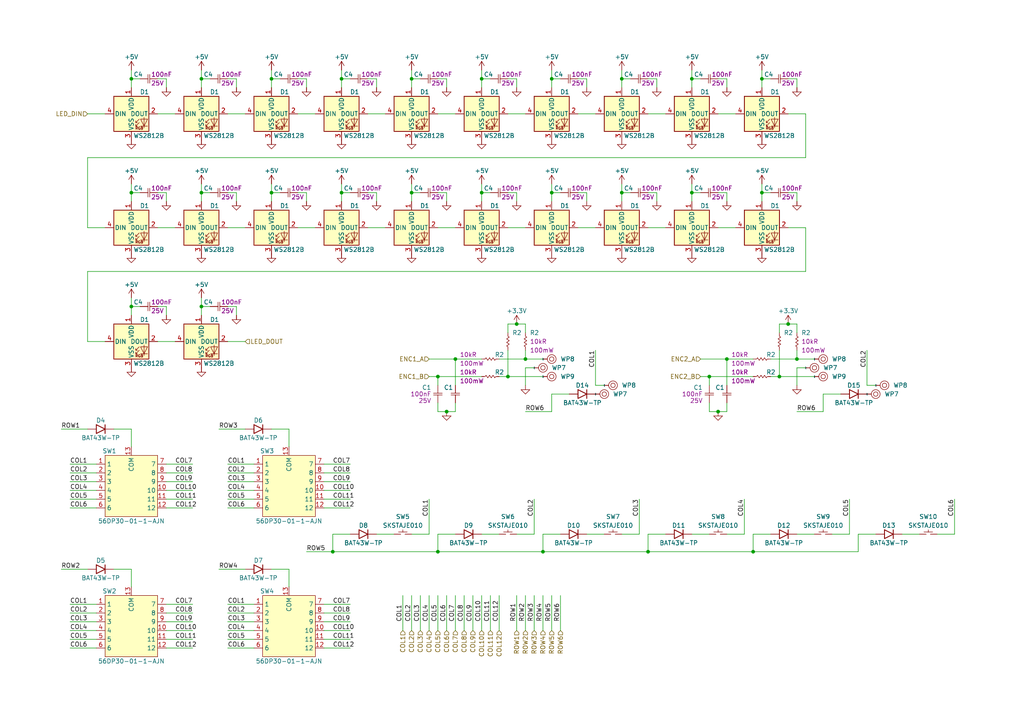
<source format=kicad_sch>
(kicad_sch (version 20230121) (generator eeschema)
  (paper "A4")
  (junction (at 160.02 22.86))
  (junction (at 139.7 55.88))
  (junction (at 226.06 109.22))
  (junction (at 220.98 55.88))
  (junction (at 152.4 104.14))
  (junction (at 119.38 22.86))
  (junction (at 58.42 55.88))
  (junction (at 149.86 93.98))
  (junction (at 78.74 55.88))
  (junction (at 127 160.02))
  (junction (at 38.1 88.9))
  (junction (at 180.34 22.86))
  (junction (at 205.74 109.22))
  (junction (at 147.32 109.22))
  (junction (at 96.52 160.02))
  (junction (at 160.02 55.88))
  (junction (at 58.42 88.9))
  (junction (at 127 109.22))
  (junction (at 200.66 55.88))
  (junction (at 119.38 55.88))
  (junction (at 139.7 22.86))
  (junction (at 200.66 22.86))
  (junction (at 78.74 22.86))
  (junction (at 38.1 55.88))
  (junction (at 38.1 22.86))
  (junction (at 99.06 55.88))
  (junction (at 58.42 22.86))
  (junction (at 132.08 104.14))
  (junction (at 231.14 104.14))
  (junction (at 129.54 119.38))
  (junction (at 220.98 22.86))
  (junction (at 228.6 93.98))
  (junction (at 208.28 119.38))
  (junction (at 180.34 55.88))
  (junction (at 157.48 160.02))
  (junction (at 187.96 160.02))
  (junction (at 218.44 160.02))
  (junction (at 99.06 22.86))
  (junction (at 210.82 104.14))
  (wire (pts (xy 119.38 53.34) (xy 119.38 55.88)))
  (wire (pts (xy 63.5 165.1) (xy 71.12 165.1)))
  (wire (pts (xy 132.08 104.14) (xy 139.7 104.14)))
  (wire (pts (xy 58.42 55.88) (xy 60.96 55.88)))
  (wire (pts (xy 132.08 111.76) (xy 132.08 104.14)))
  (wire (pts (xy 78.74 165.1) (xy 83.82 165.1)))
  (wire (pts (xy 93.98 182.88) (xy 101.6 182.88)))
  (wire (pts (xy 45.72 66.04) (xy 50.8 66.04)))
  (wire (pts (xy 180.34 20.32) (xy 180.34 22.86)))
  (wire (pts (xy 38.1 22.86) (xy 38.1 25.4)))
  (wire (pts (xy 203.2 109.22) (xy 205.74 109.22)))
  (wire (pts (xy 200.66 55.88) (xy 200.66 58.42)))
  (wire (pts (xy 223.52 104.14) (xy 231.14 104.14)))
  (wire (pts (xy 119.38 22.86) (xy 119.38 25.4)))
  (wire (pts (xy 99.06 20.32) (xy 99.06 22.86)))
  (wire (pts (xy 147.32 96.52) (xy 147.32 93.98)))
  (wire (pts (xy 132.08 119.38) (xy 132.08 116.84)))
  (wire (pts (xy 162.56 154.94) (xy 157.48 154.94)))
  (wire (pts (xy 93.98 180.34) (xy 101.6 180.34)))
  (wire (pts (xy 210.82 154.94) (xy 215.9 154.94)))
  (wire (pts (xy 58.42 22.86) (xy 58.42 25.4)))
  (wire (pts (xy 223.52 154.94) (xy 218.44 154.94)))
  (wire (pts (xy 187.96 66.04) (xy 193.04 66.04)))
  (wire (pts (xy 180.34 55.88) (xy 182.88 55.88)))
  (wire (pts (xy 205.74 109.22) (xy 218.44 109.22)))
  (wire (pts (xy 58.42 55.88) (xy 58.42 58.42)))
  (wire (pts (xy 38.1 86.36) (xy 38.1 88.9)))
  (wire (pts (xy 66.04 182.88) (xy 73.66 182.88)))
  (wire (pts (xy 226.06 96.52) (xy 226.06 93.98)))
  (wire (pts (xy 167.64 33.02) (xy 172.72 33.02)))
  (wire (pts (xy 226.06 93.98) (xy 228.6 93.98)))
  (wire (pts (xy 152.4 101.6) (xy 152.4 104.14)))
  (wire (pts (xy 48.26 185.42) (xy 55.88 185.42)))
  (wire (pts (xy 170.18 22.86) (xy 167.64 22.86)))
  (wire (pts (xy 132.08 154.94) (xy 127 154.94)))
  (wire (pts (xy 127 182.88) (xy 127 172.72)))
  (wire (pts (xy 66.04 139.7) (xy 73.66 139.7)))
  (wire (pts (xy 132.08 182.88) (xy 132.08 172.72)))
  (wire (pts (xy 38.1 53.34) (xy 38.1 55.88)))
  (wire (pts (xy 220.98 20.32) (xy 220.98 22.86)))
  (wire (pts (xy 152.4 104.14) (xy 157.48 104.14)))
  (wire (pts (xy 238.76 114.3) (xy 238.76 119.38)))
  (wire (pts (xy 139.7 22.86) (xy 139.7 25.4)))
  (wire (pts (xy 106.68 66.04) (xy 111.76 66.04)))
  (wire (pts (xy 127 160.02) (xy 157.48 160.02)))
  (wire (pts (xy 127 111.76) (xy 127 109.22)))
  (wire (pts (xy 119.38 55.88) (xy 121.92 55.88)))
  (wire (pts (xy 20.32 134.62) (xy 27.94 134.62)))
  (wire (pts (xy 58.42 86.36) (xy 58.42 88.9)))
  (wire (pts (xy 88.9 25.4) (xy 88.9 22.86)))
  (wire (pts (xy 20.32 139.7) (xy 27.94 139.7)))
  (wire (pts (xy 99.06 55.88) (xy 101.6 55.88)))
  (wire (pts (xy 152.4 119.38) (xy 160.02 119.38)))
  (wire (pts (xy 231.14 25.4) (xy 231.14 22.86)))
  (wire (pts (xy 48.26 144.78) (xy 55.88 144.78)))
  (wire (pts (xy 58.42 53.34) (xy 58.42 55.88)))
  (wire (pts (xy 93.98 139.7) (xy 101.6 139.7)))
  (wire (pts (xy 38.1 165.1) (xy 38.1 170.18)))
  (wire (pts (xy 175.26 111.76) (xy 172.72 111.76)))
  (wire (pts (xy 106.68 33.02) (xy 111.76 33.02)))
  (wire (pts (xy 33.02 165.1) (xy 38.1 165.1)))
  (wire (pts (xy 93.98 142.24) (xy 101.6 142.24)))
  (wire (pts (xy 203.2 104.14) (xy 210.82 104.14)))
  (wire (pts (xy 33.02 124.46) (xy 38.1 124.46)))
  (wire (pts (xy 157.48 160.02) (xy 187.96 160.02)))
  (wire (pts (xy 66.04 180.34) (xy 73.66 180.34)))
  (wire (pts (xy 226.06 109.22) (xy 236.22 109.22)))
  (wire (pts (xy 208.28 33.02) (xy 213.36 33.02)))
  (wire (pts (xy 99.06 55.88) (xy 99.06 58.42)))
  (wire (pts (xy 160.02 20.32) (xy 160.02 22.86)))
  (wire (pts (xy 210.82 119.38) (xy 210.82 116.84)))
  (wire (pts (xy 170.18 154.94) (xy 175.26 154.94)))
  (wire (pts (xy 233.68 78.74) (xy 25.4 78.74)))
  (wire (pts (xy 124.46 104.14) (xy 132.08 104.14)))
  (wire (pts (xy 129.54 25.4) (xy 129.54 22.86)))
  (wire (pts (xy 66.04 134.62) (xy 73.66 134.62)))
  (wire (pts (xy 190.5 22.86) (xy 187.96 22.86)))
  (wire (pts (xy 160.02 22.86) (xy 160.02 25.4)))
  (wire (pts (xy 152.4 93.98) (xy 152.4 96.52)))
  (wire (pts (xy 96.52 160.02) (xy 127 160.02)))
  (wire (pts (xy 218.44 160.02) (xy 248.92 160.02)))
  (wire (pts (xy 78.74 53.34) (xy 78.74 55.88)))
  (wire (pts (xy 99.06 53.34) (xy 99.06 55.88)))
  (wire (pts (xy 58.42 20.32) (xy 58.42 22.86)))
  (wire (pts (xy 66.04 142.24) (xy 73.66 142.24)))
  (wire (pts (xy 129.54 55.88) (xy 127 55.88)))
  (wire (pts (xy 58.42 22.86) (xy 60.96 22.86)))
  (wire (pts (xy 190.5 55.88) (xy 187.96 55.88)))
  (wire (pts (xy 231.14 119.38) (xy 238.76 119.38)))
  (wire (pts (xy 86.36 66.04) (xy 91.44 66.04)))
  (wire (pts (xy 246.38 144.78) (xy 246.38 154.94)))
  (wire (pts (xy 149.86 93.98) (xy 152.4 93.98)))
  (wire (pts (xy 228.6 66.04) (xy 233.68 66.04)))
  (wire (pts (xy 66.04 175.26) (xy 73.66 175.26)))
  (wire (pts (xy 68.58 25.4) (xy 68.58 22.86)))
  (wire (pts (xy 101.6 154.94) (xy 96.52 154.94)))
  (wire (pts (xy 48.26 139.7) (xy 55.88 139.7)))
  (wire (pts (xy 180.34 53.34) (xy 180.34 55.88)))
  (wire (pts (xy 139.7 55.88) (xy 142.24 55.88)))
  (wire (pts (xy 233.68 106.68) (xy 231.14 106.68)))
  (wire (pts (xy 48.26 91.44) (xy 48.26 88.9)))
  (wire (pts (xy 127 154.94) (xy 127 160.02)))
  (wire (pts (xy 78.74 22.86) (xy 81.28 22.86)))
  (wire (pts (xy 119.38 55.88) (xy 119.38 58.42)))
  (wire (pts (xy 66.04 177.8) (xy 73.66 177.8)))
  (wire (pts (xy 38.1 20.32) (xy 38.1 22.86)))
  (wire (pts (xy 48.26 134.62) (xy 55.88 134.62)))
  (wire (pts (xy 66.04 185.42) (xy 73.66 185.42)))
  (wire (pts (xy 99.06 22.86) (xy 101.6 22.86)))
  (wire (pts (xy 228.6 93.98) (xy 231.14 93.98)))
  (wire (pts (xy 38.1 88.9) (xy 40.64 88.9)))
  (wire (pts (xy 149.86 154.94) (xy 154.94 154.94)))
  (wire (pts (xy 231.14 22.86) (xy 228.6 22.86)))
  (wire (pts (xy 200.66 53.34) (xy 200.66 55.88)))
  (wire (pts (xy 48.26 187.96) (xy 55.88 187.96)))
  (wire (pts (xy 231.14 58.42) (xy 231.14 55.88)))
  (wire (pts (xy 38.1 88.9) (xy 38.1 91.44)))
  (wire (pts (xy 144.78 109.22) (xy 147.32 109.22)))
  (wire (pts (xy 124.46 109.22) (xy 127 109.22)))
  (wire (pts (xy 187.96 160.02) (xy 218.44 160.02)))
  (wire (pts (xy 167.64 66.04) (xy 172.72 66.04)))
  (wire (pts (xy 20.32 177.8) (xy 27.94 177.8)))
  (wire (pts (xy 129.54 58.42) (xy 129.54 55.88)))
  (wire (pts (xy 66.04 99.06) (xy 71.12 99.06)))
  (wire (pts (xy 48.26 177.8) (xy 55.88 177.8)))
  (wire (pts (xy 48.26 147.32) (xy 55.88 147.32)))
  (wire (pts (xy 86.36 33.02) (xy 91.44 33.02)))
  (wire (pts (xy 248.92 154.94) (xy 248.92 160.02)))
  (wire (pts (xy 119.38 20.32) (xy 119.38 22.86)))
  (wire (pts (xy 271.78 154.94) (xy 276.86 154.94)))
  (wire (pts (xy 231.14 154.94) (xy 236.22 154.94)))
  (wire (pts (xy 149.86 25.4) (xy 149.86 22.86)))
  (wire (pts (xy 220.98 53.34) (xy 220.98 55.88)))
  (wire (pts (xy 220.98 22.86) (xy 223.52 22.86)))
  (wire (pts (xy 210.82 58.42) (xy 210.82 55.88)))
  (wire (pts (xy 149.86 58.42) (xy 149.86 55.88)))
  (wire (pts (xy 205.74 116.84) (xy 205.74 119.38)))
  (wire (pts (xy 134.62 182.88) (xy 134.62 172.72)))
  (wire (pts (xy 147.32 33.02) (xy 152.4 33.02)))
  (wire (pts (xy 17.78 165.1) (xy 25.4 165.1)))
  (wire (pts (xy 210.82 22.86) (xy 208.28 22.86)))
  (wire (pts (xy 119.38 22.86) (xy 121.92 22.86)))
  (wire (pts (xy 17.78 124.46) (xy 25.4 124.46)))
  (wire (pts (xy 233.68 45.72) (xy 25.4 45.72)))
  (wire (pts (xy 231.14 104.14) (xy 236.22 104.14)))
  (wire (pts (xy 231.14 106.68) (xy 231.14 111.76)))
  (wire (pts (xy 48.26 58.42) (xy 48.26 55.88)))
  (wire (pts (xy 20.32 142.24) (xy 27.94 142.24)))
  (wire (pts (xy 218.44 154.94) (xy 218.44 160.02)))
  (wire (pts (xy 66.04 187.96) (xy 73.66 187.96)))
  (wire (pts (xy 149.86 22.86) (xy 147.32 22.86)))
  (wire (pts (xy 25.4 78.74) (xy 25.4 99.06)))
  (wire (pts (xy 144.78 104.14) (xy 152.4 104.14)))
  (wire (pts (xy 154.94 106.68) (xy 152.4 106.68)))
  (wire (pts (xy 127 116.84) (xy 127 119.38)))
  (wire (pts (xy 233.68 33.02) (xy 233.68 45.72)))
  (wire (pts (xy 88.9 55.88) (xy 86.36 55.88)))
  (wire (pts (xy 160.02 182.88) (xy 160.02 172.72)))
  (wire (pts (xy 228.6 33.02) (xy 233.68 33.02)))
  (wire (pts (xy 152.4 106.68) (xy 152.4 111.76)))
  (wire (pts (xy 109.22 55.88) (xy 106.68 55.88)))
  (wire (pts (xy 58.42 88.9) (xy 58.42 91.44)))
  (wire (pts (xy 48.26 142.24) (xy 55.88 142.24)))
  (wire (pts (xy 93.98 177.8) (xy 101.6 177.8)))
  (wire (pts (xy 66.04 147.32) (xy 73.66 147.32)))
  (wire (pts (xy 190.5 25.4) (xy 190.5 22.86)))
  (wire (pts (xy 139.7 182.88) (xy 139.7 172.72)))
  (wire (pts (xy 88.9 160.02) (xy 96.52 160.02)))
  (wire (pts (xy 38.1 55.88) (xy 38.1 58.42)))
  (wire (pts (xy 48.26 137.16) (xy 55.88 137.16)))
  (wire (pts (xy 180.34 22.86) (xy 182.88 22.86)))
  (wire (pts (xy 220.98 22.86) (xy 220.98 25.4)))
  (wire (pts (xy 83.82 165.1) (xy 83.82 170.18)))
  (wire (pts (xy 165.1 114.3) (xy 160.02 114.3)))
  (wire (pts (xy 172.72 101.6) (xy 172.72 111.76)))
  (wire (pts (xy 48.26 25.4) (xy 48.26 22.86)))
  (wire (pts (xy 200.66 20.32) (xy 200.66 22.86)))
  (wire (pts (xy 25.4 45.72) (xy 25.4 66.04)))
  (wire (pts (xy 180.34 22.86) (xy 180.34 25.4)))
  (wire (pts (xy 200.66 22.86) (xy 203.2 22.86)))
  (wire (pts (xy 83.82 124.46) (xy 83.82 129.54)))
  (wire (pts (xy 127 109.22) (xy 139.7 109.22)))
  (wire (pts (xy 68.58 91.44) (xy 68.58 88.9)))
  (wire (pts (xy 127 119.38) (xy 129.54 119.38)))
  (wire (pts (xy 187.96 33.02) (xy 193.04 33.02)))
  (wire (pts (xy 170.18 25.4) (xy 170.18 22.86)))
  (wire (pts (xy 124.46 144.78) (xy 124.46 154.94)))
  (wire (pts (xy 180.34 154.94) (xy 185.42 154.94)))
  (wire (pts (xy 170.18 55.88) (xy 167.64 55.88)))
  (wire (pts (xy 139.7 55.88) (xy 139.7 58.42)))
  (wire (pts (xy 116.84 182.88) (xy 116.84 172.72)))
  (wire (pts (xy 137.16 182.88) (xy 137.16 172.72)))
  (wire (pts (xy 127 66.04) (xy 132.08 66.04)))
  (wire (pts (xy 38.1 124.46) (xy 38.1 129.54)))
  (wire (pts (xy 127 33.02) (xy 132.08 33.02)))
  (wire (pts (xy 68.58 22.86) (xy 66.04 22.86)))
  (wire (pts (xy 88.9 58.42) (xy 88.9 55.88)))
  (wire (pts (xy 160.02 22.86) (xy 162.56 22.86)))
  (wire (pts (xy 78.74 55.88) (xy 81.28 55.88)))
  (wire (pts (xy 154.94 182.88) (xy 154.94 172.72)))
  (wire (pts (xy 25.4 33.02) (xy 30.48 33.02)))
  (wire (pts (xy 160.02 114.3) (xy 160.02 119.38)))
  (wire (pts (xy 215.9 144.78) (xy 215.9 154.94)))
  (wire (pts (xy 93.98 147.32) (xy 101.6 147.32)))
  (wire (pts (xy 68.58 88.9) (xy 66.04 88.9)))
  (wire (pts (xy 139.7 53.34) (xy 139.7 55.88)))
  (wire (pts (xy 210.82 25.4) (xy 210.82 22.86)))
  (wire (pts (xy 233.68 66.04) (xy 233.68 78.74)))
  (wire (pts (xy 78.74 55.88) (xy 78.74 58.42)))
  (wire (pts (xy 276.86 144.78) (xy 276.86 154.94)))
  (wire (pts (xy 170.18 58.42) (xy 170.18 55.88)))
  (wire (pts (xy 38.1 55.88) (xy 40.64 55.88)))
  (wire (pts (xy 93.98 144.78) (xy 101.6 144.78)))
  (wire (pts (xy 210.82 55.88) (xy 208.28 55.88)))
  (wire (pts (xy 254 154.94) (xy 248.92 154.94)))
  (wire (pts (xy 152.4 182.88) (xy 152.4 172.72)))
  (wire (pts (xy 149.86 182.88) (xy 149.86 172.72)))
  (wire (pts (xy 149.86 55.88) (xy 147.32 55.88)))
  (wire (pts (xy 157.48 154.94) (xy 157.48 160.02)))
  (wire (pts (xy 20.32 175.26) (xy 27.94 175.26)))
  (wire (pts (xy 96.52 154.94) (xy 96.52 160.02)))
  (wire (pts (xy 205.74 111.76) (xy 205.74 109.22)))
  (wire (pts (xy 25.4 66.04) (xy 30.48 66.04)))
  (wire (pts (xy 48.26 88.9) (xy 45.72 88.9)))
  (wire (pts (xy 38.1 22.86) (xy 40.64 22.86)))
  (wire (pts (xy 139.7 22.86) (xy 142.24 22.86)))
  (wire (pts (xy 20.32 147.32) (xy 27.94 147.32)))
  (wire (pts (xy 157.48 182.88) (xy 157.48 172.72)))
  (wire (pts (xy 139.7 20.32) (xy 139.7 22.86)))
  (wire (pts (xy 210.82 111.76) (xy 210.82 104.14)))
  (wire (pts (xy 68.58 55.88) (xy 66.04 55.88)))
  (wire (pts (xy 66.04 66.04) (xy 71.12 66.04)))
  (wire (pts (xy 129.54 22.86) (xy 127 22.86)))
  (wire (pts (xy 66.04 33.02) (xy 71.12 33.02)))
  (wire (pts (xy 119.38 154.94) (xy 124.46 154.94)))
  (wire (pts (xy 58.42 88.9) (xy 60.96 88.9)))
  (wire (pts (xy 93.98 187.96) (xy 101.6 187.96)))
  (wire (pts (xy 48.26 180.34) (xy 55.88 180.34)))
  (wire (pts (xy 243.84 114.3) (xy 238.76 114.3)))
  (wire (pts (xy 93.98 175.26) (xy 101.6 175.26)))
  (wire (pts (xy 231.14 93.98) (xy 231.14 96.52)))
  (wire (pts (xy 78.74 22.86) (xy 78.74 25.4)))
  (wire (pts (xy 68.58 58.42) (xy 68.58 55.88)))
  (wire (pts (xy 251.46 101.6) (xy 251.46 111.76)))
  (wire (pts (xy 109.22 22.86) (xy 106.68 22.86)))
  (wire (pts (xy 93.98 134.62) (xy 101.6 134.62)))
  (wire (pts (xy 193.04 154.94) (xy 187.96 154.94)))
  (wire (pts (xy 129.54 182.88) (xy 129.54 172.72)))
  (wire (pts (xy 139.7 154.94) (xy 144.78 154.94)))
  (wire (pts (xy 208.28 66.04) (xy 213.36 66.04)))
  (wire (pts (xy 220.98 55.88) (xy 220.98 58.42)))
  (wire (pts (xy 20.32 144.78) (xy 27.94 144.78)))
  (wire (pts (xy 200.66 154.94) (xy 205.74 154.94)))
  (wire (pts (xy 200.66 55.88) (xy 203.2 55.88)))
  (wire (pts (xy 124.46 182.88) (xy 124.46 172.72)))
  (wire (pts (xy 78.74 20.32) (xy 78.74 22.86)))
  (wire (pts (xy 223.52 109.22) (xy 226.06 109.22)))
  (wire (pts (xy 231.14 101.6) (xy 231.14 104.14)))
  (wire (pts (xy 187.96 154.94) (xy 187.96 160.02)))
  (wire (pts (xy 254 111.76) (xy 251.46 111.76)))
  (wire (pts (xy 109.22 58.42) (xy 109.22 55.88)))
  (wire (pts (xy 78.74 124.46) (xy 83.82 124.46)))
  (wire (pts (xy 210.82 104.14) (xy 218.44 104.14)))
  (wire (pts (xy 109.22 25.4) (xy 109.22 22.86)))
  (wire (pts (xy 180.34 55.88) (xy 180.34 58.42)))
  (wire (pts (xy 205.74 119.38) (xy 208.28 119.38)))
  (wire (pts (xy 147.32 101.6) (xy 147.32 109.22)))
  (wire (pts (xy 200.66 22.86) (xy 200.66 25.4)))
  (wire (pts (xy 20.32 137.16) (xy 27.94 137.16)))
  (wire (pts (xy 129.54 119.38) (xy 132.08 119.38)))
  (wire (pts (xy 45.72 99.06) (xy 50.8 99.06)))
  (wire (pts (xy 48.26 182.88) (xy 55.88 182.88)))
  (wire (pts (xy 190.5 58.42) (xy 190.5 55.88)))
  (wire (pts (xy 93.98 185.42) (xy 101.6 185.42)))
  (wire (pts (xy 208.28 119.38) (xy 210.82 119.38)))
  (wire (pts (xy 154.94 144.78) (xy 154.94 154.94)))
  (wire (pts (xy 226.06 101.6) (xy 226.06 109.22)))
  (wire (pts (xy 88.9 22.86) (xy 86.36 22.86)))
  (wire (pts (xy 147.32 109.22) (xy 157.48 109.22)))
  (wire (pts (xy 231.14 55.88) (xy 228.6 55.88)))
  (wire (pts (xy 261.62 154.94) (xy 266.7 154.94)))
  (wire (pts (xy 63.5 124.46) (xy 71.12 124.46)))
  (wire (pts (xy 160.02 55.88) (xy 160.02 58.42)))
  (wire (pts (xy 142.24 182.88) (xy 142.24 172.72)))
  (wire (pts (xy 121.92 182.88) (xy 121.92 172.72)))
  (wire (pts (xy 48.26 55.88) (xy 45.72 55.88)))
  (wire (pts (xy 162.56 182.88) (xy 162.56 172.72)))
  (wire (pts (xy 48.26 22.86) (xy 45.72 22.86)))
  (wire (pts (xy 66.04 137.16) (xy 73.66 137.16)))
  (wire (pts (xy 48.26 175.26) (xy 55.88 175.26)))
  (wire (pts (xy 241.3 154.94) (xy 246.38 154.94)))
  (wire (pts (xy 20.32 185.42) (xy 27.94 185.42)))
  (wire (pts (xy 20.32 187.96) (xy 27.94 187.96)))
  (wire (pts (xy 93.98 137.16) (xy 101.6 137.16)))
  (wire (pts (xy 144.78 182.88) (xy 144.78 172.72)))
  (wire (pts (xy 160.02 53.34) (xy 160.02 55.88)))
  (wire (pts (xy 66.04 144.78) (xy 73.66 144.78)))
  (wire (pts (xy 147.32 93.98) (xy 149.86 93.98)))
  (wire (pts (xy 99.06 22.86) (xy 99.06 25.4)))
  (wire (pts (xy 109.22 154.94) (xy 114.3 154.94)))
  (wire (pts (xy 119.38 182.88) (xy 119.38 172.72)))
  (wire (pts (xy 147.32 66.04) (xy 152.4 66.04)))
  (wire (pts (xy 220.98 55.88) (xy 223.52 55.88)))
  (wire (pts (xy 25.4 99.06) (xy 30.48 99.06)))
  (wire (pts (xy 20.32 182.88) (xy 27.94 182.88)))
  (wire (pts (xy 20.32 180.34) (xy 27.94 180.34)))
  (wire (pts (xy 45.72 33.02) (xy 50.8 33.02)))
  (wire (pts (xy 185.42 144.78) (xy 185.42 154.94)))
  (wire (pts (xy 160.02 55.88) (xy 162.56 55.88)))
  (label "COL2" (at 154.94 144.78 270))
  (label "COL1" (at 20.32 134.62 0))
  (label "COL10" (at 96.52 142.24 0))
  (label "COL6" (at 66.04 147.32 0))
  (label "COL9" (at 96.52 180.34 0))
  (label "ROW6" (at 152.4 119.38 0))
  (label "COL4" (at 215.9 144.78 270))
  (label "COL12" (at 96.52 187.96 0))
  (label "COL5" (at 20.32 144.78 0))
  (label "COL6" (at 129.54 180.34 90))
  (label "COL5" (at 127 180.34 90))
  (label "COL7" (at 50.8 175.26 0))
  (label "COL5" (at 20.32 185.42 0))
  (label "COL2" (at 20.32 137.16 0))
  (label "COL11" (at 96.52 144.78 0))
  (label "COL10" (at 139.7 180.34 90))
  (label "COL5" (at 66.04 185.42 0))
  (label "ROW4" (at 63.5 165.1 0))
  (label "ROW4" (at 157.48 180.34 90))
  (label "COL4" (at 124.46 180.34 90))
  (label "ROW2" (at 152.4 180.34 90))
  (label "COL8" (at 134.62 180.34 90))
  (label "COL10" (at 50.8 182.88 0))
  (label "COL12" (at 96.52 147.32 0))
  (label "COL9" (at 50.8 139.7 0))
  (label "COL3" (at 66.04 180.34 0))
  (label "COL2" (at 20.32 177.8 0))
  (label "COL4" (at 66.04 182.88 0))
  (label "COL11" (at 142.24 180.34 90))
  (label "COL4" (at 66.04 142.24 0))
  (label "COL7" (at 50.8 134.62 0))
  (label "ROW5" (at 160.02 180.34 90))
  (label "COL6" (at 20.32 187.96 0))
  (label "ROW6" (at 231.14 119.38 0))
  (label "COL9" (at 96.52 139.7 0))
  (label "COL2" (at 66.04 137.16 0))
  (label "COL11" (at 50.8 144.78 0))
  (label "COL10" (at 50.8 142.24 0))
  (label "COL6" (at 66.04 187.96 0))
  (label "COL8" (at 96.52 137.16 0))
  (label "COL3" (at 185.42 144.78 270))
  (label "COL12" (at 144.78 180.34 90))
  (label "COL11" (at 96.52 185.42 0))
  (label "COL3" (at 121.92 180.34 90))
  (label "COL1" (at 66.04 175.26 0))
  (label "COL3" (at 20.32 180.34 0))
  (label "COL1" (at 124.46 144.78 270))
  (label "COL6" (at 20.32 147.32 0))
  (label "COL3" (at 20.32 139.7 0))
  (label "COL7" (at 96.52 175.26 0))
  (label "ROW6" (at 162.56 180.34 90))
  (label "ROW1" (at 149.86 180.34 90))
  (label "COL5" (at 66.04 144.78 0))
  (label "COL7" (at 132.08 180.34 90))
  (label "COL12" (at 50.8 187.96 0))
  (label "COL9" (at 137.16 180.34 90))
  (label "COL1" (at 172.72 101.6 270))
  (label "COL4" (at 20.32 142.24 0))
  (label "COL8" (at 96.52 177.8 0))
  (label "COL1" (at 116.84 180.34 90))
  (label "ROW3" (at 63.5 124.46 0))
  (label "COL11" (at 50.8 185.42 0))
  (label "ROW5" (at 88.9 160.02 0))
  (label "COL1" (at 20.32 175.26 0))
  (label "COL8" (at 50.8 177.8 0))
  (label "COL3" (at 66.04 139.7 0))
  (label "COL1" (at 66.04 134.62 0))
  (label "ROW3" (at 154.94 180.34 90))
  (label "COL10" (at 96.52 182.88 0))
  (label "COL2" (at 66.04 177.8 0))
  (label "COL9" (at 50.8 180.34 0))
  (label "COL7" (at 96.52 134.62 0))
  (label "COL8" (at 50.8 137.16 0))
  (label "COL2" (at 251.46 101.6 270))
  (label "ROW2" (at 17.78 165.1 0))
  (label "COL5" (at 246.38 144.78 270))
  (label "COL2" (at 119.38 180.34 90))
  (label "ROW1" (at 17.78 124.46 0))
  (label "COL12" (at 50.8 147.32 0))
  (label "COL6" (at 276.86 144.78 270))
  (label "COL4" (at 20.32 182.88 0))
  (hierarchical_label "COL11" (shape input) (at 142.24 182.88 270))
  (hierarchical_label "COL8" (shape input) (at 134.62 182.88 270))
  (hierarchical_label "COL5" (shape input) (at 127 182.88 270))
  (hierarchical_label "ROW3" (shape input) (at 154.94 182.88 270))
  (hierarchical_label "COL6" (shape input) (at 129.54 182.88 270))
  (hierarchical_label "LED_DOUT" (shape input) (at 71.12 99.06 0))
  (hierarchical_label "ENC1_A" (shape input) (at 124.46 104.14 180))
  (hierarchical_label "ENC2_A" (shape input) (at 203.2 104.14 180))
  (hierarchical_label "COL4" (shape input) (at 124.46 182.88 270))
  (hierarchical_label "COL3" (shape input) (at 121.92 182.88 270))
  (hierarchical_label "COL1" (shape input) (at 116.84 182.88 270))
  (hierarchical_label "COL2" (shape input) (at 119.38 182.88 270))
  (hierarchical_label "ROW5" (shape input) (at 160.02 182.88 270))
  (hierarchical_label "ROW6" (shape input) (at 162.56 182.88 270))
  (hierarchical_label "COL10" (shape input) (at 139.7 182.88 270))
  (hierarchical_label "ROW2" (shape input) (at 152.4 182.88 270))
  (hierarchical_label "ENC1_B" (shape input) (at 124.46 109.22 180))
  (hierarchical_label "LED_DIN" (shape input) (at 25.4 33.02 180))
  (hierarchical_label "COL9" (shape input) (at 137.16 182.88 270))
  (hierarchical_label "ENC2_B" (shape input) (at 203.2 109.22 180))
  (hierarchical_label "ROW1" (shape input) (at 149.86 182.88 270))
  (hierarchical_label "ROW4" (shape input) (at 157.48 182.88 270))
  (hierarchical_label "COL7" (shape input) (at 132.08 182.88 270))
  (hierarchical_label "COL12" (shape input) (at 144.78 182.88 270))
  (symbol (lib_id "POWER:LOGIC_GND") (at 180.34 40.64 0) (unit 1)
    (property "Reference" "#PWR073" (effects hide))
    (property "Value" "LOGIC_GND" (effects hide))
  )
  (symbol (lib_id "CAP-SMD-25V:100nF-CER-25V-0402") (at 83.82 55.88 90) (unit 1)
    (property "Reference" "C4" (at 79.375 54.61 90) (effects (justify right)))
    (property "Value" "100nF-CER-25V-0402" (effects hide))
    (property "Footprint" "Capacitor_SMD:C_0402_1005Metric" (effects hide))
    (property "Capacitance" "100nF" (at 84.455 54.61 90) (effects (justify right)))
    (property "Voltage" "25V" (at 84.455 57.15 90) (effects (justify right)))
    (property "Tolerance" "10%" (effects hide))
    (property "Sim.Device" "C" (effects hide))
    (property "Sim.Type" "=" (effects hide))
    (property "Sim.Params" "c=100n" (effects hide))
    (property "Sim.Pins" "1=+ 2=-" (effects hide))
    (instances (project "GT-Wheel" (path "" (reference "C4") (unit 1)) (path "" (reference "C33") (unit 1))))
  )
  (symbol (lib_id "RES-SMD-100mW:10kR-SMD-100mW-0603") (at 139.7 109.22 90) (unit 1)
    (property "Reference" "R2" (at 143.51 107.95 90) (effects (justify right)))
    (property "Value" "10kR-SMD-100mW-0603" (effects hide))
    (property "Footprint" "Resistor_SMD:R_0603_1608Metric" (effects hide))
    (property "Resistance" "10kR" (at 133.35 107.95 90) (effects (justify right)))
    (property "Power" "100mW" (at 133.35 110.49 90) (effects (justify right)))
    (property "Sim.Device" "R" (effects hide))
    (property "Sim.Type" "=" (effects hide))
    (property "Sim.Params" "r=10k" (effects hide))
    (property "Sim.Pins" "1=+ 2=-" (effects hide))
    (instances (project "GT-Wheel" (path "" (reference "R2") (unit 1)) (path "" (reference "R8") (unit 1))))
  )
  (symbol (lib_id "WIRE-POINT:WP_24AWG") (at 157.48 109.22 270) (unit 1)
    (property "Reference" "WP9" (at 162.56 109.22 90) (effects (justify left)))
    (property "Value" "~" (at 157.48 109.22 0))
    (property "Footprint" "WIRE-POINT:WP 24AWG" (effects hide))
    (property "Sim.Enable" "0" (effects hide))
    (instances (project "GT-Wheel" (path "" (reference "WP9") (unit 1)) (path "" (reference "WP17") (unit 1))))
  )
  (symbol (lib_id "POWER:+5V") (at 180.34 20.32 0) (unit 1)
    (property "Reference" "#PWR031" (effects hide))
    (property "Value" "+5V" (at 180.34 16.51 0))
    (instances (project "GT-Wheel" (path "" (reference "#PWR031") (unit 1)) (path "" (reference "#PWR051") (unit 1))))
  )
  (symbol (lib_id "CAP-SMD-25V:100nF-CER-25V-0402") (at 185.42 22.86 90) (unit 1)
    (property "Reference" "C4" (at 180.975 21.59 90) (effects (justify right)))
    (property "Value" "100nF-CER-25V-0402" (effects hide))
    (property "Footprint" "Capacitor_SMD:C_0402_1005Metric" (effects hide))
    (property "Capacitance" "100nF" (at 186.055 21.59 90) (effects (justify right)))
    (property "Voltage" "25V" (at 186.055 24.13 90) (effects (justify right)))
    (property "Tolerance" "10%" (effects hide))
    (property "Sim.Device" "C" (effects hide))
    (property "Sim.Type" "=" (effects hide))
    (property "Sim.Params" "c=100n" (effects hide))
    (property "Sim.Pins" "1=+ 2=-" (effects hide))
    (instances (project "GT-Wheel" (path "" (reference "C4") (unit 1)) (path "" (reference "C28") (unit 1))))
  )
  (symbol (lib_id "POWER:LOGIC_GND") (at 38.1 40.64 0) (unit 1)
    (property "Reference" "#PWR096" (effects hide))
    (property "Value" "LOGIC_GND" (effects hide))
  )
  (symbol (lib_id "LED:WS2812B") (at 38.1 99.06 0) (unit 1)
    (property "Reference" "D1" (at 41.91 92.71 0))
    (property "Value" "WS2812B" (at 43.18 105.41 0))
    (property "Footprint" "LED_SMD:LED_WS2812B_PLCC4_5.0x5.0mm_P3.2mm" (effects hide))
    (property "Datasheet" "https://cdn-shop.adafruit.com/datasheets/WS2812B.pdf" (effects hide))
    (instances (project "GT-Wheel" (path "" (reference "D1") (unit 1)) (path "" (reference "LED21") (unit 1))))
  )
  (symbol (lib_id "WIRE-POINT:WP_24AWG") (at 233.68 106.68 270) (unit 1)
    (property "Reference" "WP7" (at 238.76 106.68 90) (effects (justify left)))
    (property "Value" "~" (at 233.68 106.68 0))
    (property "Footprint" "WIRE-POINT:WP 24AWG" (effects hide))
    (property "Sim.Enable" "0" (effects hide))
    (instances (project "GT-Wheel" (path "" (reference "WP7") (unit 1)) (path "" (reference "WP18") (unit 1))))
  )
  (symbol (lib_id "POWER:+5V") (at 160.02 20.32 0) (unit 1)
    (property "Reference" "#PWR031" (effects hide))
    (property "Value" "+5V" (at 160.02 16.51 0))
    (instances (project "GT-Wheel" (path "" (reference "#PWR031") (unit 1)) (path "" (reference "#PWR048") (unit 1))))
  )
  (symbol (lib_id "LED:WS2812B") (at 139.7 66.04 0) (unit 1)
    (property "Reference" "D1" (at 143.51 59.69 0))
    (property "Value" "WS2812B" (at 144.78 72.39 0))
    (property "Footprint" "LED_SMD:LED_WS2812B_PLCC4_5.0x5.0mm_P3.2mm" (effects hide))
    (property "Datasheet" "https://cdn-shop.adafruit.com/datasheets/WS2812B.pdf" (effects hide))
    (instances (project "GT-Wheel" (path "" (reference "D1") (unit 1)) (path "" (reference "LED16") (unit 1))))
  )
  (symbol (lib_id "POWER:LOGIC_GND") (at 48.26 58.42 0) (unit 1)
    (property "Reference" "#PWR062" (effects hide))
    (property "Value" "LOGIC_GND" (effects hide))
  )
  (symbol (lib_id "POWER:LOGIC_GND") (at 38.1 106.68 0) (unit 1)
    (property "Reference" "#PWR018" (effects hide))
    (property "Value" "LOGIC_GND" (effects hide))
  )
  (symbol (lib_id "POWER:LOGIC_GND") (at 160.02 73.66 0) (unit 1)
    (property "Reference" "#PWR055" (effects hide))
    (property "Value" "LOGIC_GND" (effects hide))
  )
  (symbol (lib_id "LED:WS2812B") (at 220.98 66.04 0) (unit 1)
    (property "Reference" "D1" (at 224.79 59.69 0))
    (property "Value" "WS2812B" (at 226.06 72.39 0))
    (property "Footprint" "LED_SMD:LED_WS2812B_PLCC4_5.0x5.0mm_P3.2mm" (effects hide))
    (property "Datasheet" "https://cdn-shop.adafruit.com/datasheets/WS2812B.pdf" (effects hide))
    (instances (project "GT-Wheel" (path "" (reference "D1") (unit 1)) (path "" (reference "LED20") (unit 1))))
  )
  (symbol (lib_id "POWER:LOGIC_GND") (at 48.26 25.4 0) (unit 1)
    (property "Reference" "#PWR019" (effects hide))
    (property "Value" "LOGIC_GND" (effects hide))
  )
  (symbol (lib_id "POWER:LOGIC_GND") (at 220.98 73.66 0) (unit 1)
    (property "Reference" "#PWR064" (effects hide))
    (property "Value" "LOGIC_GND" (effects hide))
  )
  (symbol (lib_id "DIODE-SMD-SCHOTTKY:BAT43W-TP") (at 109.22 154.94 180) (unit 1)
    (property "Reference" "D8" (at 105.41 152.4 0))
    (property "Value" "BAT43W-TP" (at 105.41 157.48 0))
    (property "Footprint" "Diode_SMD:D_SOD-123" (effects hide))
    (property "Datasheet" "https://www.mccsemi.com/pdf/Products/BAT42W-BAT43W(SOD-123).pdf" (effects hide))
    (property "Sim.Enable" "0" (effects hide))
  )
  (symbol (lib_id "CAP-SMD-25V:100nF-CER-25V-0402") (at 104.14 55.88 90) (unit 1)
    (property "Reference" "C4" (at 99.695 54.61 90) (effects (justify right)))
    (property "Value" "100nF-CER-25V-0402" (effects hide))
    (property "Footprint" "Capacitor_SMD:C_0402_1005Metric" (effects hide))
    (property "Capacitance" "100nF" (at 104.775 54.61 90) (effects (justify right)))
    (property "Voltage" "25V" (at 104.775 57.15 90) (effects (justify right)))
    (property "Tolerance" "10%" (effects hide))
    (property "Sim.Device" "C" (effects hide))
    (property "Sim.Type" "=" (effects hide))
    (property "Sim.Params" "c=100n" (effects hide))
    (property "Sim.Pins" "1=+ 2=-" (effects hide))
    (instances (project "GT-Wheel" (path "" (reference "C4") (unit 1)) (path "" (reference "C34") (unit 1))))
  )
  (symbol (lib_id "POWER:LOGIC_GND") (at 88.9 25.4 0) (unit 1)
    (property "Reference" "#PWR038" (effects hide))
    (property "Value" "LOGIC_GND" (effects hide))
  )
  (symbol (lib_id "DIODE-SMD-SCHOTTKY:BAT43W-TP") (at 139.7 154.94 180) (unit 1)
    (property "Reference" "D9" (at 135.89 152.4 0))
    (property "Value" "BAT43W-TP" (at 135.89 157.48 0))
    (property "Footprint" "Diode_SMD:D_SOD-123" (effects hide))
    (property "Datasheet" "https://www.mccsemi.com/pdf/Products/BAT42W-BAT43W(SOD-123).pdf" (effects hide))
    (property "Sim.Enable" "0" (effects hide))
  )
  (symbol (lib_id "POWER:LOGIC_GND") (at 139.7 40.64 0) (unit 1)
    (property "Reference" "#PWR079" (effects hide))
    (property "Value" "LOGIC_GND" (effects hide))
  )
  (symbol (lib_id "WIRE-POINT:WP_24AWG") (at 175.26 111.76 270) (unit 1)
    (property "Reference" "WP8" (at 180.34 111.76 90) (effects (justify left)))
    (property "Value" "~" (at 175.26 111.76 0))
    (property "Footprint" "WIRE-POINT:WP 24AWG" (effects hide))
    (property "Sim.Enable" "0" (effects hide))
    (instances (project "GT-Wheel" (path "" (reference "WP8") (unit 1)) (path "" (reference "WP14") (unit 1))))
  )
  (symbol (lib_id "POWER:LOGIC_GND") (at 152.4 111.76 0) (unit 1)
    (property "Reference" "#PWR094" (effects hide))
    (property "Value" "LOGIC_GND" (effects hide))
  )
  (symbol (lib_id "POWER:LOGIC_GND") (at 99.06 40.64 0) (unit 1)
    (property "Reference" "#PWR085" (effects hide))
    (property "Value" "LOGIC_GND" (effects hide))
  )
  (symbol (lib_id "POWER:LOGIC_GND") (at 149.86 25.4 0) (unit 1)
    (property "Reference" "#PWR047" (effects hide))
    (property "Value" "LOGIC_GND" (effects hide))
  )
  (symbol (lib_id "LED:WS2812B") (at 99.06 33.02 0) (unit 1)
    (property "Reference" "D1" (at 102.87 26.67 0))
    (property "Value" "WS2812B" (at 104.14 39.37 0))
    (property "Footprint" "LED_SMD:LED_WS2812B_PLCC4_5.0x5.0mm_P3.2mm" (effects hide))
    (property "Datasheet" "https://cdn-shop.adafruit.com/datasheets/WS2812B.pdf" (effects hide))
    (instances (project "GT-Wheel" (path "" (reference "D1") (unit 1)) (path "" (reference "LED4") (unit 1))))
  )
  (symbol (lib_id "POWER:+5V") (at 38.1 53.34 0) (unit 1)
    (property "Reference" "#PWR031" (effects hide))
    (property "Value" "+5V" (at 38.1 49.53 0))
    (instances (project "GT-Wheel" (path "" (reference "#PWR031") (unit 1)) (path "" (reference "#PWR087") (unit 1))))
  )
  (symbol (lib_id "POWER:LOGIC_GND") (at 231.14 58.42 0) (unit 1)
    (property "Reference" "#PWR089" (effects hide))
    (property "Value" "LOGIC_GND" (effects hide))
  )
  (symbol (lib_id "CAP-SMD-25V:100nF-CER-25V-0402") (at 165.1 55.88 90) (unit 1)
    (property "Reference" "C4" (at 160.655 54.61 90) (effects (justify right)))
    (property "Value" "100nF-CER-25V-0402" (effects hide))
    (property "Footprint" "Capacitor_SMD:C_0402_1005Metric" (effects hide))
    (property "Capacitance" "100nF" (at 165.735 54.61 90) (effects (justify right)))
    (property "Voltage" "25V" (at 165.735 57.15 90) (effects (justify right)))
    (property "Tolerance" "10%" (effects hide))
    (property "Sim.Device" "C" (effects hide))
    (property "Sim.Type" "=" (effects hide))
    (property "Sim.Params" "c=100n" (effects hide))
    (property "Sim.Pins" "1=+ 2=-" (effects hide))
    (instances (project "GT-Wheel" (path "" (reference "C4") (unit 1)) (path "" (reference "C37") (unit 1))))
  )
  (symbol (lib_id "POWER:+5V") (at 38.1 20.32 0) (unit 1)
    (property "Reference" "#PWR031" (effects hide))
    (property "Value" "+5V" (at 38.1 16.51 0))
    (instances (project "GT-Wheel" (path "" (reference "#PWR031") (unit 1)) (path "" (reference "#PWR017") (unit 1))))
  )
  (symbol (lib_id "CAP-SMD-25V:100nF-CER-25V-0402") (at 63.5 22.86 90) (unit 1)
    (property "Reference" "C4" (at 59.055 21.59 90) (effects (justify right)))
    (property "Value" "100nF-CER-25V-0402" (effects hide))
    (property "Footprint" "Capacitor_SMD:C_0402_1005Metric" (effects hide))
    (property "Capacitance" "100nF" (at 64.135 21.59 90) (effects (justify right)))
    (property "Voltage" "25V" (at 64.135 24.13 90) (effects (justify right)))
    (property "Tolerance" "10%" (effects hide))
    (property "Sim.Device" "C" (effects hide))
    (property "Sim.Type" "=" (effects hide))
    (property "Sim.Params" "c=100n" (effects hide))
    (property "Sim.Pins" "1=+ 2=-" (effects hide))
    (instances (project "GT-Wheel" (path "" (reference "C4") (unit 1)) (path "" (reference "C22") (unit 1))))
  )
  (symbol (lib_id "POWER:LOGIC_GND") (at 99.06 73.66 0) (unit 1)
    (property "Reference" "#PWR046" (effects hide))
    (property "Value" "LOGIC_GND" (effects hide))
  )
  (symbol (lib_id "CAP-SMD-25V:100nF-CER-25V-0402") (at 63.5 88.9 90) (unit 1)
    (property "Reference" "C4" (at 59.055 87.63 90) (effects (justify right)))
    (property "Value" "100nF-CER-25V-0402" (effects hide))
    (property "Footprint" "Capacitor_SMD:C_0402_1005Metric" (effects hide))
    (property "Capacitance" "100nF" (at 64.135 87.63 90) (effects (justify right)))
    (property "Voltage" "25V" (at 64.135 90.17 90) (effects (justify right)))
    (property "Tolerance" "10%" (effects hide))
    (property "Sim.Device" "C" (effects hide))
    (property "Sim.Type" "=" (effects hide))
    (property "Sim.Params" "c=100n" (effects hide))
    (property "Sim.Pins" "1=+ 2=-" (effects hide))
    (instances (project "GT-Wheel" (path "" (reference "C4") (unit 1)) (path "" (reference "C42") (unit 1))))
  )
  (symbol (lib_id "POWER:+5V") (at 220.98 20.32 0) (unit 1)
    (property "Reference" "#PWR031" (effects hide))
    (property "Value" "+5V" (at 220.98 16.51 0))
    (instances (project "GT-Wheel" (path "" (reference "#PWR031") (unit 1)) (path "" (reference "#PWR057") (unit 1))))
  )
  (symbol (lib_id "CAP-SMD-25V:100nF-CER-25V-0402") (at 124.46 22.86 90) (unit 1)
    (property "Reference" "C4" (at 120.015 21.59 90) (effects (justify right)))
    (property "Value" "100nF-CER-25V-0402" (effects hide))
    (property "Footprint" "Capacitor_SMD:C_0402_1005Metric" (effects hide))
    (property "Capacitance" "100nF" (at 125.095 21.59 90) (effects (justify right)))
    (property "Voltage" "25V" (at 125.095 24.13 90) (effects (justify right)))
    (property "Tolerance" "10%" (effects hide))
    (property "Sim.Device" "C" (effects hide))
    (property "Sim.Type" "=" (effects hide))
    (property "Sim.Params" "c=100n" (effects hide))
    (property "Sim.Pins" "1=+ 2=-" (effects hide))
    (instances (project "GT-Wheel" (path "" (reference "C4") (unit 1)) (path "" (reference "C25") (unit 1))))
  )
  (symbol (lib_id "POWER:LOGIC_GND") (at 220.98 40.64 0) (unit 1)
    (property "Reference" "#PWR067" (effects hide))
    (property "Value" "LOGIC_GND" (effects hide))
  )
  (symbol (lib_id "DIODE-SMD-SCHOTTKY:BAT43W-TP") (at 251.46 114.3 180) (unit 1)
    (property "Reference" "D15" (at 247.65 111.76 0))
    (property "Value" "BAT43W-TP" (at 247.65 116.84 0))
    (property "Footprint" "Diode_SMD:D_SOD-123" (effects hide))
    (property "Datasheet" "https://www.mccsemi.com/pdf/Products/BAT42W-BAT43W(SOD-123).pdf" (effects hide))
    (property "Sim.Enable" "0" (effects hide))
  )
  (symbol (lib_id "POWER:LOGIC_GND") (at 231.14 25.4 0) (unit 1)
    (property "Reference" "#PWR059" (effects hide))
    (property "Value" "LOGIC_GND" (effects hide))
  )
  (symbol (lib_id "POWER:LOGIC_GND") (at 149.86 58.42 0) (unit 1)
    (property "Reference" "#PWR077" (effects hide))
    (property "Value" "LOGIC_GND" (effects hide))
  )
  (symbol (lib_id "POWER:LOGIC_GND") (at 170.18 58.42 0) (unit 1)
    (property "Reference" "#PWR080" (effects hide))
    (property "Value" "LOGIC_GND" (effects hide))
  )
  (symbol (lib_id "POWER:+5V") (at 139.7 53.34 0) (unit 1)
    (property "Reference" "#PWR031" (effects hide))
    (property "Value" "+5V" (at 139.7 49.53 0))
    (instances (project "GT-Wheel" (path "" (reference "#PWR031") (unit 1)) (path "" (reference "#PWR072") (unit 1))))
  )
  (symbol (lib_id "CAP-SMD-25V:100nF-CER-25V-0402") (at 43.18 55.88 90) (unit 1)
    (property "Reference" "C4" (at 38.735 54.61 90) (effects (justify right)))
    (property "Value" "100nF-CER-25V-0402" (effects hide))
    (property "Footprint" "Capacitor_SMD:C_0402_1005Metric" (effects hide))
    (property "Capacitance" "100nF" (at 43.815 54.61 90) (effects (justify right)))
    (property "Voltage" "25V" (at 43.815 57.15 90) (effects (justify right)))
    (property "Tolerance" "10%" (effects hide))
    (property "Sim.Device" "C" (effects hide))
    (property "Sim.Type" "=" (effects hide))
    (property "Sim.Params" "c=100n" (effects hide))
    (property "Sim.Pins" "1=+ 2=-" (effects hide))
    (instances (project "GT-Wheel" (path "" (reference "C4") (unit 1)) (path "" (reference "C31") (unit 1))))
  )
  (symbol (lib_id "POWER:+5V") (at 78.74 20.32 0) (unit 1)
    (property "Reference" "#PWR031" (effects hide))
    (property "Value" "+5V" (at 78.74 16.51 0))
    (instances (project "GT-Wheel" (path "" (reference "#PWR031") (unit 1)) (path "" (reference "#PWR036") (unit 1))))
  )
  (symbol (lib_id "DIODE-SMD-SCHOTTKY:BAT43W-TP") (at 78.74 165.1 180) (unit 1)
    (property "Reference" "D7" (at 74.93 162.56 0))
    (property "Value" "BAT43W-TP" (at 74.93 167.64 0))
    (property "Footprint" "Diode_SMD:D_SOD-123" (effects hide))
    (property "Datasheet" "https://www.mccsemi.com/pdf/Products/BAT42W-BAT43W(SOD-123).pdf" (effects hide))
    (property "Sim.Enable" "0" (effects hide))
  )
  (symbol (lib_id "CAP-SMD-25V:100nF-CER-25V-0402") (at 205.74 55.88 90) (unit 1)
    (property "Reference" "C4" (at 201.295 54.61 90) (effects (justify right)))
    (property "Value" "100nF-CER-25V-0402" (effects hide))
    (property "Footprint" "Capacitor_SMD:C_0402_1005Metric" (effects hide))
    (property "Capacitance" "100nF" (at 206.375 54.61 90) (effects (justify right)))
    (property "Voltage" "25V" (at 206.375 57.15 90) (effects (justify right)))
    (property "Tolerance" "10%" (effects hide))
    (property "Sim.Device" "C" (effects hide))
    (property "Sim.Type" "=" (effects hide))
    (property "Sim.Params" "c=100n" (effects hide))
    (property "Sim.Pins" "1=+ 2=-" (effects hide))
    (instances (project "GT-Wheel" (path "" (reference "C4") (unit 1)) (path "" (reference "C39") (unit 1))))
  )
  (symbol (lib_id "POWER:LOGIC_GND") (at 190.5 58.42 0) (unit 1)
    (property "Reference" "#PWR083" (effects hide))
    (property "Value" "LOGIC_GND" (effects hide))
  )
  (symbol (lib_id "CAP-SMD-25V:100nF-CER-25V-0402") (at 210.82 114.3 0) (unit 1)
    (property "Reference" "C1" (at 210.185 112.395 0) (effects (justify right)))
    (property "Value" "100nF-CER-25V-0402" (effects hide))
    (property "Footprint" "Capacitor_SMD:C_0402_1005Metric" (effects hide))
    (property "Capacitance" "100nF" (effects hide))
    (property "Voltage" "25V" (effects hide))
    (property "Tolerance" "10%" (effects hide))
    (property "Sim.Device" "C" (effects hide))
    (property "Sim.Type" "=" (effects hide))
    (property "Sim.Params" "c=100n" (effects hide))
    (property "Sim.Pins" "1=+ 2=-" (effects hide))
    (instances (project "GT-Wheel" (path "" (reference "C1") (unit 1)) (path "" (reference "C46") (unit 1))))
  )
  (symbol (lib_id "LED:WS2812B") (at 139.7 33.02 0) (unit 1)
    (property "Reference" "D1" (at 143.51 26.67 0))
    (property "Value" "WS2812B" (at 144.78 39.37 0))
    (property "Footprint" "LED_SMD:LED_WS2812B_PLCC4_5.0x5.0mm_P3.2mm" (effects hide))
    (property "Datasheet" "https://cdn-shop.adafruit.com/datasheets/WS2812B.pdf" (effects hide))
    (instances (project "GT-Wheel" (path "" (reference "D1") (unit 1)) (path "" (reference "LED6") (unit 1))))
  )
  (symbol (lib_id "RES-SMD-100mW:10kR-SMD-100mW-0603") (at 226.06 96.52 0) (unit 1)
    (property "Reference" "R2" (at 227.33 96.52 0) (effects (justify left)))
    (property "Value" "10kR-SMD-100mW-0603" (effects hide))
    (property "Footprint" "Resistor_SMD:R_0603_1608Metric" (effects hide))
    (property "Resistance" "10kR" (effects hide))
    (property "Power" "100mW" (effects hide))
    (property "Sim.Device" "R" (effects hide))
    (property "Sim.Type" "=" (effects hide))
    (property "Sim.Params" "r=10k" (effects hide))
    (property "Sim.Pins" "1=+ 2=-" (effects hide))
    (instances (project "GT-Wheel" (path "" (reference "R2") (unit 1)) (path "" (reference "R11") (unit 1))))
  )
  (symbol (lib_id "LED:WS2812B") (at 180.34 33.02 0) (unit 1)
    (property "Reference" "D1" (at 184.15 26.67 0))
    (property "Value" "WS2812B" (at 185.42 39.37 0))
    (property "Footprint" "LED_SMD:LED_WS2812B_PLCC4_5.0x5.0mm_P3.2mm" (effects hide))
    (property "Datasheet" "https://cdn-shop.adafruit.com/datasheets/WS2812B.pdf" (effects hide))
    (instances (project "GT-Wheel" (path "" (reference "D1") (unit 1)) (path "" (reference "LED8") (unit 1))))
  )
  (symbol (lib_id "POWER:LOGIC_GND") (at 160.02 40.64 0) (unit 1)
    (property "Reference" "#PWR076" (effects hide))
    (property "Value" "LOGIC_GND" (effects hide))
  )
  (symbol (lib_id "POWER:LOGIC_GND") (at 210.82 25.4 0) (unit 1)
    (property "Reference" "#PWR056" (effects hide))
    (property "Value" "LOGIC_GND" (effects hide))
  )
  (symbol (lib_id "POWER:LOGIC_GND") (at 208.28 119.38 0) (unit 1)
    (property "Reference" "#PWR0103" (effects hide))
    (property "Value" "LOGIC_GND" (effects hide))
  )
  (symbol (lib_id "LED:WS2812B") (at 78.74 66.04 0) (unit 1)
    (property "Reference" "D1" (at 82.55 59.69 0))
    (property "Value" "WS2812B" (at 83.82 72.39 0))
    (property "Footprint" "LED_SMD:LED_WS2812B_PLCC4_5.0x5.0mm_P3.2mm" (effects hide))
    (property "Datasheet" "https://cdn-shop.adafruit.com/datasheets/WS2812B.pdf" (effects hide))
    (instances (project "GT-Wheel" (path "" (reference "D1") (unit 1)) (path "" (reference "LED13") (unit 1))))
  )
  (symbol (lib_id "RES-SMD-100mW:10kR-SMD-100mW-0603") (at 152.4 96.52 0) (unit 1)
    (property "Reference" "R2" (at 153.67 96.52 0) (effects (justify left)))
    (property "Value" "10kR-SMD-100mW-0603" (effects hide))
    (property "Footprint" "Resistor_SMD:R_0603_1608Metric" (effects hide))
    (property "Resistance" "10kR" (at 153.67 99.06 0) (effects (justify left)))
    (property "Power" "100mW" (at 153.67 101.6 0) (effects (justify left)))
    (property "Sim.Device" "R" (effects hide))
    (property "Sim.Type" "=" (effects hide))
    (property "Sim.Params" "r=10k" (effects hide))
    (property "Sim.Pins" "1=+ 2=-" (effects hide))
    (instances (project "GT-Wheel" (path "" (reference "R2") (unit 1)) (path "" (reference "R6") (unit 1))))
  )
  (symbol (lib_id "CAP-SMD-25V:100nF-CER-25V-0402") (at 144.78 22.86 90) (unit 1)
    (property "Reference" "C4" (at 140.335 21.59 90) (effects (justify right)))
    (property "Value" "100nF-CER-25V-0402" (effects hide))
    (property "Footprint" "Capacitor_SMD:C_0402_1005Metric" (effects hide))
    (property "Capacitance" "100nF" (at 145.415 21.59 90) (effects (justify right)))
    (property "Voltage" "25V" (at 145.415 24.13 90) (effects (justify right)))
    (property "Tolerance" "10%" (effects hide))
    (property "Sim.Device" "C" (effects hide))
    (property "Sim.Type" "=" (effects hide))
    (property "Sim.Params" "c=100n" (effects hide))
    (property "Sim.Pins" "1=+ 2=-" (effects hide))
    (instances (project "GT-Wheel" (path "" (reference "C4") (unit 1)) (path "" (reference "C26") (unit 1))))
  )
  (symbol (lib_id "POWER:+5V") (at 220.98 53.34 0) (unit 1)
    (property "Reference" "#PWR031" (effects hide))
    (property "Value" "+5V" (at 220.98 49.53 0))
    (instances (project "GT-Wheel" (path "" (reference "#PWR031") (unit 1)) (path "" (reference "#PWR060") (unit 1))))
  )
  (symbol (lib_id "WIRE-POINT:WP_24AWG") (at 172.72 114.3 270) (unit 1)
    (property "Reference" "WP7" (at 177.8 114.3 90) (effects (justify left)))
    (property "Value" "~" (at 172.72 114.3 0))
    (property "Footprint" "WIRE-POINT:WP 24AWG" (effects hide))
    (property "Sim.Enable" "0" (effects hide))
    (instances (project "GT-Wheel" (path "" (reference "WP7") (unit 1)) (path "" (reference "WP13") (unit 1))))
  )
  (symbol (lib_id "LED:WS2812B") (at 78.74 33.02 0) (unit 1)
    (property "Reference" "D1" (at 82.55 26.67 0))
    (property "Value" "WS2812B" (at 83.82 39.37 0))
    (property "Footprint" "LED_SMD:LED_WS2812B_PLCC4_5.0x5.0mm_P3.2mm" (effects hide))
    (property "Datasheet" "https://cdn-shop.adafruit.com/datasheets/WS2812B.pdf" (effects hide))
    (instances (project "GT-Wheel" (path "" (reference "D1") (unit 1)) (path "" (reference "LED3") (unit 1))))
  )
  (symbol (lib_id "SWITCH-SMD-TACTILE:SKSTAJE010") (at 236.22 154.94 0) (unit 1)
    (property "Reference" "SW9" (at 238.76 149.86 0))
    (property "Value" "SKSTAJE010" (at 238.76 152.4 0))
    (property "Footprint" "SWITCH-SMD-TACTILE:SKSTAJE010" (effects hide))
    (property "Sim.Enable" "0" (effects hide))
  )
  (symbol (lib_id "POWER:+5V") (at 180.34 53.34 0) (unit 1)
    (property "Reference" "#PWR031" (effects hide))
    (property "Value" "+5V" (at 180.34 49.53 0))
    (instances (project "GT-Wheel" (path "" (reference "#PWR031") (unit 1)) (path "" (reference "#PWR066") (unit 1))))
  )
  (symbol (lib_id "CAP-SMD-25V:100nF-CER-25V-0402") (at 83.82 22.86 90) (unit 1)
    (property "Reference" "C4" (at 79.375 21.59 90) (effects (justify right)))
    (property "Value" "100nF-CER-25V-0402" (effects hide))
    (property "Footprint" "Capacitor_SMD:C_0402_1005Metric" (effects hide))
    (property "Capacitance" "100nF" (at 84.455 21.59 90) (effects (justify right)))
    (property "Voltage" "25V" (at 84.455 24.13 90) (effects (justify right)))
    (property "Tolerance" "10%" (effects hide))
    (property "Sim.Device" "C" (effects hide))
    (property "Sim.Type" "=" (effects hide))
    (property "Sim.Params" "c=100n" (effects hide))
    (property "Sim.Pins" "1=+ 2=-" (effects hide))
    (instances (project "GT-Wheel" (path "" (reference "C4") (unit 1)) (path "" (reference "C23") (unit 1))))
  )
  (symbol (lib_id "DIODE-SMD-SCHOTTKY:BAT43W-TP") (at 78.74 124.46 180) (unit 1)
    (property "Reference" "D6" (at 74.93 121.92 0))
    (property "Value" "BAT43W-TP" (at 74.93 127 0))
    (property "Footprint" "Diode_SMD:D_SOD-123" (effects hide))
    (property "Datasheet" "https://www.mccsemi.com/pdf/Products/BAT42W-BAT43W(SOD-123).pdf" (effects hide))
    (property "Sim.Enable" "0" (effects hide))
  )
  (symbol (lib_id "LED:WS2812B") (at 220.98 33.02 0) (unit 1)
    (property "Reference" "D1" (at 224.79 26.67 0))
    (property "Value" "WS2812B" (at 226.06 39.37 0))
    (property "Footprint" "LED_SMD:LED_WS2812B_PLCC4_5.0x5.0mm_P3.2mm" (effects hide))
    (property "Datasheet" "https://cdn-shop.adafruit.com/datasheets/WS2812B.pdf" (effects hide))
    (instances (project "GT-Wheel" (path "" (reference "D1") (unit 1)) (path "" (reference "LED10") (unit 1))))
  )
  (symbol (lib_id "CAP-SMD-25V:100nF-CER-25V-0402") (at 165.1 22.86 90) (unit 1)
    (property "Reference" "C4" (at 160.655 21.59 90) (effects (justify right)))
    (property "Value" "100nF-CER-25V-0402" (effects hide))
    (property "Footprint" "Capacitor_SMD:C_0402_1005Metric" (effects hide))
    (property "Capacitance" "100nF" (at 165.735 21.59 90) (effects (justify right)))
    (property "Voltage" "25V" (at 165.735 24.13 90) (effects (justify right)))
    (property "Tolerance" "10%" (effects hide))
    (property "Sim.Device" "C" (effects hide))
    (property "Sim.Type" "=" (effects hide))
    (property "Sim.Params" "c=100n" (effects hide))
    (property "Sim.Pins" "1=+ 2=-" (effects hide))
    (instances (project "GT-Wheel" (path "" (reference "C4") (unit 1)) (path "" (reference "C27") (unit 1))))
  )
  (symbol (lib_id "POWER:LOGIC_GND") (at 58.42 106.68 0) (unit 1)
    (property "Reference" "#PWR037" (effects hide))
    (property "Value" "LOGIC_GND" (effects hide))
  )
  (symbol (lib_id "LED:WS2812B") (at 58.42 99.06 0) (unit 1)
    (property "Reference" "D1" (at 62.23 92.71 0))
    (property "Value" "WS2812B" (at 63.5 105.41 0))
    (property "Footprint" "LED_SMD:LED_WS2812B_PLCC4_5.0x5.0mm_P3.2mm" (effects hide))
    (property "Datasheet" "https://cdn-shop.adafruit.com/datasheets/WS2812B.pdf" (effects hide))
    (instances (project "GT-Wheel" (path "" (reference "D1") (unit 1)) (path "" (reference "LED22") (unit 1))))
  )
  (symbol (lib_id "POWER:LOGIC_GND") (at 109.22 58.42 0) (unit 1)
    (property "Reference" "#PWR071" (effects hide))
    (property "Value" "LOGIC_GND" (effects hide))
  )
  (symbol (lib_id "CAP-SMD-25V:100nF-CER-25V-0402") (at 43.18 88.9 90) (unit 1)
    (property "Reference" "C4" (at 38.735 87.63 90) (effects (justify right)))
    (property "Value" "100nF-CER-25V-0402" (effects hide))
    (property "Footprint" "Capacitor_SMD:C_0402_1005Metric" (effects hide))
    (property "Capacitance" "100nF" (at 43.815 87.63 90) (effects (justify right)))
    (property "Voltage" "25V" (at 43.815 90.17 90) (effects (justify right)))
    (property "Tolerance" "10%" (effects hide))
    (property "Sim.Device" "C" (effects hide))
    (property "Sim.Type" "=" (effects hide))
    (property "Sim.Params" "c=100n" (effects hide))
    (property "Sim.Pins" "1=+ 2=-" (effects hide))
    (instances (project "GT-Wheel" (path "" (reference "C4") (unit 1)) (path "" (reference "C41") (unit 1))))
  )
  (symbol (lib_id "SWITCH-SMD-TACTILE:SKSTAJE010") (at 114.3 154.94 0) (unit 1)
    (property "Reference" "SW5" (at 116.84 149.86 0))
    (property "Value" "SKSTAJE010" (at 116.84 152.4 0))
    (property "Footprint" "SWITCH-SMD-TACTILE:SKSTAJE010" (effects hide))
    (property "Sim.Enable" "0" (effects hide))
  )
  (symbol (lib_id "WIRE-POINT:WP_24AWG") (at 236.22 104.14 270) (unit 1)
    (property "Reference" "WP8" (at 241.3 104.14 90) (effects (justify left)))
    (property "Value" "~" (at 236.22 104.14 0))
    (property "Footprint" "WIRE-POINT:WP 24AWG" (effects hide))
    (property "Sim.Enable" "0" (effects hide))
    (instances (project "GT-Wheel" (path "" (reference "WP8") (unit 1)) (path "" (reference "WP19") (unit 1))))
  )
  (symbol (lib_id "POWER:LOGIC_GND") (at 129.54 25.4 0) (unit 1)
    (property "Reference" "#PWR044" (effects hide))
    (property "Value" "LOGIC_GND" (effects hide))
  )
  (symbol (lib_id "CAP-SMD-25V:100nF-CER-25V-0402") (at 132.08 114.3 0) (unit 1)
    (property "Reference" "C1" (at 131.445 112.395 0) (effects (justify right)))
    (property "Value" "100nF-CER-25V-0402" (effects hide))
    (property "Footprint" "Capacitor_SMD:C_0402_1005Metric" (effects hide))
    (property "Capacitance" "100nF" (effects hide))
    (property "Voltage" "25V" (effects hide))
    (property "Tolerance" "10%" (effects hide))
    (property "Sim.Device" "C" (effects hide))
    (property "Sim.Type" "=" (effects hide))
    (property "Sim.Params" "c=100n" (effects hide))
    (property "Sim.Pins" "1=+ 2=-" (effects hide))
    (instances (project "GT-Wheel" (path "" (reference "C1") (unit 1)) (path "" (reference "C44") (unit 1))))
  )
  (symbol (lib_id "DIODE-SMD-SCHOTTKY:BAT43W-TP") (at 200.66 154.94 180) (unit 1)
    (property "Reference" "D11" (at 196.85 152.4 0))
    (property "Value" "BAT43W-TP" (at 196.85 157.48 0))
    (property "Footprint" "Diode_SMD:D_SOD-123" (effects hide))
    (property "Datasheet" "https://www.mccsemi.com/pdf/Products/BAT42W-BAT43W(SOD-123).pdf" (effects hide))
    (property "Sim.Enable" "0" (effects hide))
  )
  (symbol (lib_id "SWITCH-SMD-ROTARY:56DP30-01-1-AJN") (at 73.66 134.62 0) (unit 1)
    (property "Reference" "SW3" (at 77.47 130.81 0))
    (property "Value" "56DP30-01-1-AJN" (at 83.82 151.13 0))
    (property "Footprint" "SWITCH-THT-ROTARY:56DP30-01-1-AJN" (effects hide))
    (property "Datasheet" "https://www.grayhill.com/documents/56-Datasheet" (effects hide))
    (property "Sim.Enable" "0" (effects hide))
  )
  (symbol (lib_id "POWER:+5V") (at 99.06 53.34 0) (unit 1)
    (property "Reference" "#PWR031" (effects hide))
    (property "Value" "+5V" (at 99.06 49.53 0))
    (instances (project "GT-Wheel" (path "" (reference "#PWR031") (unit 1)) (path "" (reference "#PWR078") (unit 1))))
  )
  (symbol (lib_id "DIODE-SMD-SCHOTTKY:BAT43W-TP") (at 33.02 165.1 180) (unit 1)
    (property "Reference" "D5" (at 29.21 162.56 0))
    (property "Value" "BAT43W-TP" (at 29.21 167.64 0))
    (property "Footprint" "Diode_SMD:D_SOD-123" (effects hide))
    (property "Datasheet" "https://www.mccsemi.com/pdf/Products/BAT42W-BAT43W(SOD-123).pdf" (effects hide))
    (property "Sim.Enable" "0" (effects hide))
  )
  (symbol (lib_id "CAP-SMD-25V:100nF-CER-25V-0402") (at 43.18 22.86 90) (unit 1)
    (property "Reference" "C4" (at 38.735 21.59 90) (effects (justify right)))
    (property "Value" "100nF-CER-25V-0402" (effects hide))
    (property "Footprint" "Capacitor_SMD:C_0402_1005Metric" (effects hide))
    (property "Capacitance" "100nF" (at 43.815 21.59 90) (effects (justify right)))
    (property "Voltage" "25V" (at 43.815 24.13 90) (effects (justify right)))
    (property "Tolerance" "10%" (effects hide))
    (property "Sim.Device" "C" (effects hide))
    (property "Sim.Type" "=" (effects hide))
    (property "Sim.Params" "c=100n" (effects hide))
    (property "Sim.Pins" "1=+ 2=-" (effects hide))
    (instances (project "GT-Wheel" (path "" (reference "C4") (unit 1)) (path "" (reference "C21") (unit 1))))
  )
  (symbol (lib_id "POWER:LOGIC_GND") (at 231.14 111.76 0) (unit 1)
    (property "Reference" "#PWR098" (effects hide))
    (property "Value" "LOGIC_GND" (effects hide))
  )
  (symbol (lib_id "POWER:+3.3V") (at 149.86 93.98 0) (unit 1)
    (property "Reference" "#PWR08" (effects hide))
    (property "Value" "+3.3V" (at 149.86 90.17 0))
    (instances (project "GT-Wheel" (path "" (reference "#PWR08") (unit 1)) (path "" (reference "#PWR029") (unit 1))))
  )
  (symbol (lib_id "LED:WS2812B") (at 58.42 66.04 0) (unit 1)
    (property "Reference" "D1" (at 62.23 59.69 0))
    (property "Value" "WS2812B" (at 63.5 72.39 0))
    (property "Footprint" "LED_SMD:LED_WS2812B_PLCC4_5.0x5.0mm_P3.2mm" (effects hide))
    (property "Datasheet" "https://cdn-shop.adafruit.com/datasheets/WS2812B.pdf" (effects hide))
    (instances (project "GT-Wheel" (path "" (reference "D1") (unit 1)) (path "" (reference "LED12") (unit 1))))
  )
  (symbol (lib_id "RES-SMD-100mW:10kR-SMD-100mW-0603") (at 147.32 96.52 0) (unit 1)
    (property "Reference" "R2" (at 148.59 96.52 0) (effects (justify left)))
    (property "Value" "10kR-SMD-100mW-0603" (effects hide))
    (property "Footprint" "Resistor_SMD:R_0603_1608Metric" (effects hide))
    (property "Resistance" "10kR" (effects hide))
    (property "Power" "100mW" (effects hide))
    (property "Sim.Device" "R" (effects hide))
    (property "Sim.Type" "=" (effects hide))
    (property "Sim.Params" "r=10k" (effects hide))
    (property "Sim.Pins" "1=+ 2=-" (effects hide))
    (instances (project "GT-Wheel" (path "" (reference "R2") (unit 1)) (path "" (reference "R5") (unit 1))))
  )
  (symbol (lib_id "POWER:LOGIC_GND") (at 58.42 73.66 0) (unit 1)
    (property "Reference" "#PWR040" (effects hide))
    (property "Value" "LOGIC_GND" (effects hide))
  )
  (symbol (lib_id "POWER:LOGIC_GND") (at 170.18 25.4 0) (unit 1)
    (property "Reference" "#PWR050" (effects hide))
    (property "Value" "LOGIC_GND" (effects hide))
  )
  (symbol (lib_id "DIODE-SMD-SCHOTTKY:BAT43W-TP") (at 172.72 114.3 180) (unit 1)
    (property "Reference" "D14" (at 168.91 111.76 0))
    (property "Value" "BAT43W-TP" (at 168.91 116.84 0))
    (property "Footprint" "Diode_SMD:D_SOD-123" (effects hide))
    (property "Datasheet" "https://www.mccsemi.com/pdf/Products/BAT42W-BAT43W(SOD-123).pdf" (effects hide))
    (property "Sim.Enable" "0" (effects hide))
  )
  (symbol (lib_id "POWER:+5V") (at 99.06 20.32 0) (unit 1)
    (property "Reference" "#PWR031" (effects hide))
    (property "Value" "+5V" (at 99.06 16.51 0))
    (instances (project "GT-Wheel" (path "" (reference "#PWR031") (unit 1)) (path "" (reference "#PWR039") (unit 1))))
  )
  (symbol (lib_id "RES-SMD-100mW:10kR-SMD-100mW-0603") (at 218.44 104.14 90) (unit 1)
    (property "Reference" "R2" (at 222.25 102.87 90) (effects (justify right)))
    (property "Value" "10kR-SMD-100mW-0603" (effects hide))
    (property "Footprint" "Resistor_SMD:R_0603_1608Metric" (effects hide))
    (property "Resistance" "10kR" (at 212.09 102.87 90) (effects (justify right)))
    (property "Power" "100mW" (at 212.09 105.41 90) (effects (justify right)))
    (property "Sim.Device" "R" (effects hide))
    (property "Sim.Type" "=" (effects hide))
    (property "Sim.Params" "r=10k" (effects hide))
    (property "Sim.Pins" "1=+ 2=-" (effects hide))
    (instances (project "GT-Wheel" (path "" (reference "R2") (unit 1)) (path "" (reference "R9") (unit 1))))
  )
  (symbol (lib_id "CAP-SMD-25V:100nF-CER-25V-0402") (at 226.06 22.86 90) (unit 1)
    (property "Reference" "C4" (at 221.615 21.59 90) (effects (justify right)))
    (property "Value" "100nF-CER-25V-0402" (effects hide))
    (property "Footprint" "Capacitor_SMD:C_0402_1005Metric" (effects hide))
    (property "Capacitance" "100nF" (at 226.695 21.59 90) (effects (justify right)))
    (property "Voltage" "25V" (at 226.695 24.13 90) (effects (justify right)))
    (property "Tolerance" "10%" (effects hide))
    (property "Sim.Device" "C" (effects hide))
    (property "Sim.Type" "=" (effects hide))
    (property "Sim.Params" "c=100n" (effects hide))
    (property "Sim.Pins" "1=+ 2=-" (effects hide))
    (instances (project "GT-Wheel" (path "" (reference "C4") (unit 1)) (path "" (reference "C30") (unit 1))))
  )
  (symbol (lib_id "LED:WS2812B") (at 160.02 66.04 0) (unit 1)
    (property "Reference" "D1" (at 163.83 59.69 0))
    (property "Value" "WS2812B" (at 165.1 72.39 0))
    (property "Footprint" "LED_SMD:LED_WS2812B_PLCC4_5.0x5.0mm_P3.2mm" (effects hide))
    (property "Datasheet" "https://cdn-shop.adafruit.com/datasheets/WS2812B.pdf" (effects hide))
    (instances (project "GT-Wheel" (path "" (reference "D1") (unit 1)) (path "" (reference "LED17") (unit 1))))
  )
  (symbol (lib_id "POWER:LOGIC_GND") (at 119.38 40.64 0) (unit 1)
    (property "Reference" "#PWR082" (effects hide))
    (property "Value" "LOGIC_GND" (effects hide))
  )
  (symbol (lib_id "POWER:LOGIC_GND") (at 210.82 58.42 0) (unit 1)
    (property "Reference" "#PWR086" (effects hide))
    (property "Value" "LOGIC_GND" (effects hide))
  )
  (symbol (lib_id "LED:WS2812B") (at 38.1 66.04 0) (unit 1)
    (property "Reference" "D1" (at 41.91 59.69 0))
    (property "Value" "WS2812B" (at 43.18 72.39 0))
    (property "Footprint" "LED_SMD:LED_WS2812B_PLCC4_5.0x5.0mm_P3.2mm" (effects hide))
    (property "Datasheet" "https://cdn-shop.adafruit.com/datasheets/WS2812B.pdf" (effects hide))
    (instances (project "GT-Wheel" (path "" (reference "D1") (unit 1)) (path "" (reference "LED11") (unit 1))))
  )
  (symbol (lib_id "POWER:LOGIC_GND") (at 68.58 58.42 0) (unit 1)
    (property "Reference" "#PWR065" (effects hide))
    (property "Value" "LOGIC_GND" (effects hide))
  )
  (symbol (lib_id "DIODE-SMD-SCHOTTKY:BAT43W-TP") (at 231.14 154.94 180) (unit 1)
    (property "Reference" "D12" (at 227.33 152.4 0))
    (property "Value" "BAT43W-TP" (at 227.33 157.48 0))
    (property "Footprint" "Diode_SMD:D_SOD-123" (effects hide))
    (property "Datasheet" "https://www.mccsemi.com/pdf/Products/BAT42W-BAT43W(SOD-123).pdf" (effects hide))
    (property "Sim.Enable" "0" (effects hide))
  )
  (symbol (lib_id "SWITCH-SMD-TACTILE:SKSTAJE010") (at 175.26 154.94 0) (unit 1)
    (property "Reference" "SW7" (at 177.8 149.86 0))
    (property "Value" "SKSTAJE010" (at 177.8 152.4 0))
    (property "Footprint" "SWITCH-SMD-TACTILE:SKSTAJE010" (effects hide))
    (property "Sim.Enable" "0" (effects hide))
  )
  (symbol (lib_id "CAP-SMD-25V:100nF-CER-25V-0402") (at 144.78 55.88 90) (unit 1)
    (property "Reference" "C4" (at 140.335 54.61 90) (effects (justify right)))
    (property "Value" "100nF-CER-25V-0402" (effects hide))
    (property "Footprint" "Capacitor_SMD:C_0402_1005Metric" (effects hide))
    (property "Capacitance" "100nF" (at 145.415 54.61 90) (effects (justify right)))
    (property "Voltage" "25V" (at 145.415 57.15 90) (effects (justify right)))
    (property "Tolerance" "10%" (effects hide))
    (property "Sim.Device" "C" (effects hide))
    (property "Sim.Type" "=" (effects hide))
    (property "Sim.Params" "c=100n" (effects hide))
    (property "Sim.Pins" "1=+ 2=-" (effects hide))
    (instances (project "GT-Wheel" (path "" (reference "C4") (unit 1)) (path "" (reference "C36") (unit 1))))
  )
  (symbol (lib_id "POWER:+5V") (at 58.42 86.36 0) (unit 1)
    (property "Reference" "#PWR031" (effects hide))
    (property "Value" "+5V" (at 58.42 82.55 0))
    (instances (project "GT-Wheel" (path "" (reference "#PWR031") (unit 1)) (path "" (reference "#PWR097") (unit 1))))
  )
  (symbol (lib_id "SWITCH-SMD-ROTARY:56DP30-01-1-AJN") (at 27.94 175.26 0) (unit 1)
    (property "Reference" "SW2" (at 31.75 171.45 0))
    (property "Value" "56DP30-01-1-AJN" (at 38.1 191.77 0))
    (property "Footprint" "SWITCH-THT-ROTARY:56DP30-01-1-AJN" (effects hide))
    (property "Datasheet" "https://www.grayhill.com/documents/56-Datasheet" (effects hide))
    (property "Sim.Enable" "0" (effects hide))
  )
  (symbol (lib_id "WIRE-POINT:WP_24AWG") (at 154.94 106.68 270) (unit 1)
    (property "Reference" "WP7" (at 160.02 106.68 90) (effects (justify left)))
    (property "Value" "~" (at 154.94 106.68 0))
    (property "Footprint" "WIRE-POINT:WP 24AWG" (effects hide))
    (property "Sim.Enable" "0" (effects hide))
    (instances (project "GT-Wheel" (path "" (reference "WP7") (unit 1)) (path "" (reference "WP15") (unit 1))))
  )
  (symbol (lib_id "POWER:LOGIC_GND") (at 38.1 73.66 0) (unit 1)
    (property "Reference" "#PWR034" (effects hide))
    (property "Value" "LOGIC_GND" (effects hide))
  )
  (symbol (lib_id "LED:WS2812B") (at 38.1 33.02 0) (unit 1)
    (property "Reference" "D1" (at 41.91 26.67 0))
    (property "Value" "WS2812B" (at 43.18 39.37 0))
    (property "Footprint" "LED_SMD:LED_WS2812B_PLCC4_5.0x5.0mm_P3.2mm" (effects hide))
    (property "Datasheet" "https://cdn-shop.adafruit.com/datasheets/WS2812B.pdf" (effects hide))
    (instances (project "GT-Wheel" (path "" (reference "D1") (unit 1)) (path "" (reference "LED1") (unit 1))))
  )
  (symbol (lib_id "LED:WS2812B") (at 119.38 33.02 0) (unit 1)
    (property "Reference" "D1" (at 123.19 26.67 0))
    (property "Value" "WS2812B" (at 124.46 39.37 0))
    (property "Footprint" "LED_SMD:LED_WS2812B_PLCC4_5.0x5.0mm_P3.2mm" (effects hide))
    (property "Datasheet" "https://cdn-shop.adafruit.com/datasheets/WS2812B.pdf" (effects hide))
    (instances (project "GT-Wheel" (path "" (reference "D1") (unit 1)) (path "" (reference "LED5") (unit 1))))
  )
  (symbol (lib_id "POWER:+5V") (at 200.66 53.34 0) (unit 1)
    (property "Reference" "#PWR031" (effects hide))
    (property "Value" "+5V" (at 200.66 49.53 0))
    (instances (project "GT-Wheel" (path "" (reference "#PWR031") (unit 1)) (path "" (reference "#PWR063") (unit 1))))
  )
  (symbol (lib_id "CAP-SMD-25V:100nF-CER-25V-0402") (at 124.46 55.88 90) (unit 1)
    (property "Reference" "C4" (at 120.015 54.61 90) (effects (justify right)))
    (property "Value" "100nF-CER-25V-0402" (effects hide))
    (property "Footprint" "Capacitor_SMD:C_0402_1005Metric" (effects hide))
    (property "Capacitance" "100nF" (at 125.095 54.61 90) (effects (justify right)))
    (property "Voltage" "25V" (at 125.095 57.15 90) (effects (justify right)))
    (property "Tolerance" "10%" (effects hide))
    (property "Sim.Device" "C" (effects hide))
    (property "Sim.Type" "=" (effects hide))
    (property "Sim.Params" "c=100n" (effects hide))
    (property "Sim.Pins" "1=+ 2=-" (effects hide))
    (instances (project "GT-Wheel" (path "" (reference "C4") (unit 1)) (path "" (reference "C35") (unit 1))))
  )
  (symbol (lib_id "DIODE-SMD-SCHOTTKY:BAT43W-TP") (at 261.62 154.94 180) (unit 1)
    (property "Reference" "D13" (at 257.81 152.4 0))
    (property "Value" "BAT43W-TP" (at 257.81 157.48 0))
    (property "Footprint" "Diode_SMD:D_SOD-123" (effects hide))
    (property "Datasheet" "https://www.mccsemi.com/pdf/Products/BAT42W-BAT43W(SOD-123).pdf" (effects hide))
    (property "Sim.Enable" "0" (effects hide))
  )
  (symbol (lib_id "POWER:LOGIC_GND") (at 68.58 25.4 0) (unit 1)
    (property "Reference" "#PWR035" (effects hide))
    (property "Value" "LOGIC_GND" (effects hide))
  )
  (symbol (lib_id "DIODE-SMD-SCHOTTKY:BAT43W-TP") (at 170.18 154.94 180) (unit 1)
    (property "Reference" "D10" (at 166.37 152.4 0))
    (property "Value" "BAT43W-TP" (at 166.37 157.48 0))
    (property "Footprint" "Diode_SMD:D_SOD-123" (effects hide))
    (property "Datasheet" "https://www.mccsemi.com/pdf/Products/BAT42W-BAT43W(SOD-123).pdf" (effects hide))
    (property "Sim.Enable" "0" (effects hide))
  )
  (symbol (lib_id "RES-SMD-100mW:10kR-SMD-100mW-0603") (at 231.14 96.52 0) (unit 1)
    (property "Reference" "R2" (at 232.41 96.52 0) (effects (justify left)))
    (property "Value" "10kR-SMD-100mW-0603" (effects hide))
    (property "Footprint" "Resistor_SMD:R_0603_1608Metric" (effects hide))
    (property "Resistance" "10kR" (at 232.41 99.06 0) (effects (justify left)))
    (property "Power" "100mW" (at 232.41 101.6 0) (effects (justify left)))
    (property "Sim.Device" "R" (effects hide))
    (property "Sim.Type" "=" (effects hide))
    (property "Sim.Params" "r=10k" (effects hide))
    (property "Sim.Pins" "1=+ 2=-" (effects hide))
    (instances (project "GT-Wheel" (path "" (reference "R2") (unit 1)) (path "" (reference "R12") (unit 1))))
  )
  (symbol (lib_id "WIRE-POINT:WP_24AWG") (at 254 111.76 270) (unit 1)
    (property "Reference" "WP8" (at 259.08 111.76 90) (effects (justify left)))
    (property "Value" "~" (at 254 111.76 0))
    (property "Footprint" "WIRE-POINT:WP 24AWG" (effects hide))
    (property "Sim.Enable" "0" (effects hide))
    (instances (project "GT-Wheel" (path "" (reference "WP8") (unit 1)) (path "" (reference "WP22") (unit 1))))
  )
  (symbol (lib_id "POWER:LOGIC_GND") (at 58.42 40.64 0) (unit 1)
    (property "Reference" "#PWR095" (effects hide))
    (property "Value" "LOGIC_GND" (effects hide))
  )
  (symbol (lib_id "POWER:LOGIC_GND") (at 68.58 91.44 0) (unit 1)
    (property "Reference" "#PWR0106" (effects hide))
    (property "Value" "LOGIC_GND" (effects hide))
  )
  (symbol (lib_id "POWER:+5V") (at 58.42 20.32 0) (unit 1)
    (property "Reference" "#PWR031" (effects hide))
    (property "Value" "+5V" (at 58.42 16.51 0))
    (instances (project "GT-Wheel" (path "" (reference "#PWR031") (unit 1)) (path "" (reference "#PWR033") (unit 1))))
  )
  (symbol (lib_id "CAP-SMD-25V:100nF-CER-25V-0402") (at 205.74 22.86 90) (unit 1)
    (property "Reference" "C4" (at 201.295 21.59 90) (effects (justify right)))
    (property "Value" "100nF-CER-25V-0402" (effects hide))
    (property "Footprint" "Capacitor_SMD:C_0402_1005Metric" (effects hide))
    (property "Capacitance" "100nF" (at 206.375 21.59 90) (effects (justify right)))
    (property "Voltage" "25V" (at 206.375 24.13 90) (effects (justify right)))
    (property "Tolerance" "10%" (effects hide))
    (property "Sim.Device" "C" (effects hide))
    (property "Sim.Type" "=" (effects hide))
    (property "Sim.Params" "c=100n" (effects hide))
    (property "Sim.Pins" "1=+ 2=-" (effects hide))
    (instances (project "GT-Wheel" (path "" (reference "C4") (unit 1)) (path "" (reference "C29") (unit 1))))
  )
  (symbol (lib_id "CAP-SMD-25V:100nF-CER-25V-0402") (at 185.42 55.88 90) (unit 1)
    (property "Reference" "C4" (at 180.975 54.61 90) (effects (justify right)))
    (property "Value" "100nF-CER-25V-0402" (effects hide))
    (property "Footprint" "Capacitor_SMD:C_0402_1005Metric" (effects hide))
    (property "Capacitance" "100nF" (at 186.055 54.61 90) (effects (justify right)))
    (property "Voltage" "25V" (at 186.055 57.15 90) (effects (justify right)))
    (property "Tolerance" "10%" (effects hide))
    (property "Sim.Device" "C" (effects hide))
    (property "Sim.Type" "=" (effects hide))
    (property "Sim.Params" "c=100n" (effects hide))
    (property "Sim.Pins" "1=+ 2=-" (effects hide))
    (instances (project "GT-Wheel" (path "" (reference "C4") (unit 1)) (path "" (reference "C38") (unit 1))))
  )
  (symbol (lib_id "WIRE-POINT:WP_24AWG") (at 251.46 114.3 270) (unit 1)
    (property "Reference" "WP7" (at 256.54 114.3 90) (effects (justify left)))
    (property "Value" "~" (at 251.46 114.3 0))
    (property "Footprint" "WIRE-POINT:WP 24AWG" (effects hide))
    (property "Sim.Enable" "0" (effects hide))
    (instances (project "GT-Wheel" (path "" (reference "WP7") (unit 1)) (path "" (reference "WP21") (unit 1))))
  )
  (symbol (lib_id "POWER:LOGIC_GND") (at 129.54 58.42 0) (unit 1)
    (property "Reference" "#PWR074" (effects hide))
    (property "Value" "LOGIC_GND" (effects hide))
  )
  (symbol (lib_id "POWER:LOGIC_GND") (at 119.38 73.66 0) (unit 1)
    (property "Reference" "#PWR049" (effects hide))
    (property "Value" "LOGIC_GND" (effects hide))
  )
  (symbol (lib_id "POWER:+5V") (at 38.1 86.36 0) (unit 1)
    (property "Reference" "#PWR031" (effects hide))
    (property "Value" "+5V" (at 38.1 82.55 0))
    (instances (project "GT-Wheel" (path "" (reference "#PWR031") (unit 1)) (path "" (reference "#PWR090") (unit 1))))
  )
  (symbol (lib_id "POWER:+5V") (at 119.38 20.32 0) (unit 1)
    (property "Reference" "#PWR031" (effects hide))
    (property "Value" "+5V" (at 119.38 16.51 0))
    (instances (project "GT-Wheel" (path "" (reference "#PWR031") (unit 1)) (path "" (reference "#PWR042") (unit 1))))
  )
  (symbol (lib_id "POWER:LOGIC_GND") (at 88.9 58.42 0) (unit 1)
    (property "Reference" "#PWR068" (effects hide))
    (property "Value" "LOGIC_GND" (effects hide))
  )
  (symbol (lib_id "CAP-SMD-25V:100nF-CER-25V-0402") (at 226.06 55.88 90) (unit 1)
    (property "Reference" "C4" (at 221.615 54.61 90) (effects (justify right)))
    (property "Value" "100nF-CER-25V-0402" (effects hide))
    (property "Footprint" "Capacitor_SMD:C_0402_1005Metric" (effects hide))
    (property "Capacitance" "100nF" (at 226.695 54.61 90) (effects (justify right)))
    (property "Voltage" "25V" (at 226.695 57.15 90) (effects (justify right)))
    (property "Tolerance" "10%" (effects hide))
    (property "Sim.Device" "C" (effects hide))
    (property "Sim.Type" "=" (effects hide))
    (property "Sim.Params" "c=100n" (effects hide))
    (property "Sim.Pins" "1=+ 2=-" (effects hide))
    (instances (project "GT-Wheel" (path "" (reference "C4") (unit 1)) (path "" (reference "C40") (unit 1))))
  )
  (symbol (lib_id "CAP-SMD-25V:100nF-CER-25V-0402") (at 104.14 22.86 90) (unit 1)
    (property "Reference" "C4" (at 99.695 21.59 90) (effects (justify right)))
    (property "Value" "100nF-CER-25V-0402" (effects hide))
    (property "Footprint" "Capacitor_SMD:C_0402_1005Metric" (effects hide))
    (property "Capacitance" "100nF" (at 104.775 21.59 90) (effects (justify right)))
    (property "Voltage" "25V" (at 104.775 24.13 90) (effects (justify right)))
    (property "Tolerance" "10%" (effects hide))
    (property "Sim.Device" "C" (effects hide))
    (property "Sim.Type" "=" (effects hide))
    (property "Sim.Params" "c=100n" (effects hide))
    (property "Sim.Pins" "1=+ 2=-" (effects hide))
    (instances (project "GT-Wheel" (path "" (reference "C4") (unit 1)) (path "" (reference "C24") (unit 1))))
  )
  (symbol (lib_id "POWER:LOGIC_GND") (at 200.66 73.66 0) (unit 1)
    (property "Reference" "#PWR061" (effects hide))
    (property "Value" "LOGIC_GND" (effects hide))
  )
  (symbol (lib_id "WIRE-POINT:WP_24AWG") (at 157.48 104.14 270) (unit 1)
    (property "Reference" "WP8" (at 162.56 104.14 90) (effects (justify left)))
    (property "Value" "~" (at 157.48 104.14 0))
    (property "Footprint" "WIRE-POINT:WP 24AWG" (effects hide))
    (property "Sim.Enable" "0" (effects hide))
    (instances (project "GT-Wheel" (path "" (reference "WP8") (unit 1)) (path "" (reference "WP16") (unit 1))))
  )
  (symbol (lib_id "DIODE-SMD-SCHOTTKY:BAT43W-TP") (at 33.02 124.46 180) (unit 1)
    (property "Reference" "D4" (at 29.21 121.92 0))
    (property "Value" "BAT43W-TP" (at 29.21 127 0))
    (property "Footprint" "Diode_SMD:D_SOD-123" (effects hide))
    (property "Datasheet" "https://www.mccsemi.com/pdf/Products/BAT42W-BAT43W(SOD-123).pdf" (effects hide))
    (property "Sim.Enable" "0" (effects hide))
  )
  (symbol (lib_id "LED:WS2812B") (at 180.34 66.04 0) (unit 1)
    (property "Reference" "D1" (at 184.15 59.69 0))
    (property "Value" "WS2812B" (at 185.42 72.39 0))
    (property "Footprint" "LED_SMD:LED_WS2812B_PLCC4_5.0x5.0mm_P3.2mm" (effects hide))
    (property "Datasheet" "https://cdn-shop.adafruit.com/datasheets/WS2812B.pdf" (effects hide))
    (instances (project "GT-Wheel" (path "" (reference "D1") (unit 1)) (path "" (reference "LED18") (unit 1))))
  )
  (symbol (lib_id "SWITCH-SMD-TACTILE:SKSTAJE010") (at 144.78 154.94 0) (unit 1)
    (property "Reference" "SW6" (at 147.32 149.86 0))
    (property "Value" "SKSTAJE010" (at 147.32 152.4 0))
    (property "Footprint" "SWITCH-SMD-TACTILE:SKSTAJE010" (effects hide))
    (property "Sim.Enable" "0" (effects hide))
  )
  (symbol (lib_id "CAP-SMD-25V:100nF-CER-25V-0402") (at 63.5 55.88 90) (unit 1)
    (property "Reference" "C4" (at 59.055 54.61 90) (effects (justify right)))
    (property "Value" "100nF-CER-25V-0402" (effects hide))
    (property "Footprint" "Capacitor_SMD:C_0402_1005Metric" (effects hide))
    (property "Capacitance" "100nF" (at 64.135 54.61 90) (effects (justify right)))
    (property "Voltage" "25V" (at 64.135 57.15 90) (effects (justify right)))
    (property "Tolerance" "10%" (effects hide))
    (property "Sim.Device" "C" (effects hide))
    (property "Sim.Type" "=" (effects hide))
    (property "Sim.Params" "c=100n" (effects hide))
    (property "Sim.Pins" "1=+ 2=-" (effects hide))
    (instances (project "GT-Wheel" (path "" (reference "C4") (unit 1)) (path "" (reference "C32") (unit 1))))
  )
  (symbol (lib_id "POWER:LOGIC_GND") (at 78.74 73.66 0) (unit 1)
    (property "Reference" "#PWR043" (effects hide))
    (property "Value" "LOGIC_GND" (effects hide))
  )
  (symbol (lib_id "LED:WS2812B") (at 200.66 66.04 0) (unit 1)
    (property "Reference" "D1" (at 204.47 59.69 0))
    (property "Value" "WS2812B" (at 205.74 72.39 0))
    (property "Footprint" "LED_SMD:LED_WS2812B_PLCC4_5.0x5.0mm_P3.2mm" (effects hide))
    (property "Datasheet" "https://cdn-shop.adafruit.com/datasheets/WS2812B.pdf" (effects hide))
    (instances (project "GT-Wheel" (path "" (reference "D1") (unit 1)) (path "" (reference "LED19") (unit 1))))
  )
  (symbol (lib_id "LED:WS2812B") (at 160.02 33.02 0) (unit 1)
    (property "Reference" "D1" (at 163.83 26.67 0))
    (property "Value" "WS2812B" (at 165.1 39.37 0))
    (property "Footprint" "LED_SMD:LED_WS2812B_PLCC4_5.0x5.0mm_P3.2mm" (effects hide))
    (property "Datasheet" "https://cdn-shop.adafruit.com/datasheets/WS2812B.pdf" (effects hide))
    (instances (project "GT-Wheel" (path "" (reference "D1") (unit 1)) (path "" (reference "LED7") (unit 1))))
  )
  (symbol (lib_id "POWER:LOGIC_GND") (at 190.5 25.4 0) (unit 1)
    (property "Reference" "#PWR053" (effects hide))
    (property "Value" "LOGIC_GND" (effects hide))
  )
  (symbol (lib_id "POWER:+5V") (at 119.38 53.34 0) (unit 1)
    (property "Reference" "#PWR031" (effects hide))
    (property "Value" "+5V" (at 119.38 49.53 0))
    (instances (project "GT-Wheel" (path "" (reference "#PWR031") (unit 1)) (path "" (reference "#PWR075") (unit 1))))
  )
  (symbol (lib_id "POWER:LOGIC_GND") (at 78.74 40.64 0) (unit 1)
    (property "Reference" "#PWR088" (effects hide))
    (property "Value" "LOGIC_GND" (effects hide))
  )
  (symbol (lib_id "LED:WS2812B") (at 200.66 33.02 0) (unit 1)
    (property "Reference" "D1" (at 204.47 26.67 0))
    (property "Value" "WS2812B" (at 205.74 39.37 0))
    (property "Footprint" "LED_SMD:LED_WS2812B_PLCC4_5.0x5.0mm_P3.2mm" (effects hide))
    (property "Datasheet" "https://cdn-shop.adafruit.com/datasheets/WS2812B.pdf" (effects hide))
    (instances (project "GT-Wheel" (path "" (reference "D1") (unit 1)) (path "" (reference "LED9") (unit 1))))
  )
  (symbol (lib_id "SWITCH-SMD-TACTILE:SKSTAJE010") (at 266.7 154.94 0) (unit 1)
    (property "Reference" "SW10" (at 269.24 149.86 0))
    (property "Value" "SKSTAJE010" (at 269.24 152.4 0))
    (property "Footprint" "SWITCH-SMD-TACTILE:SKSTAJE010" (effects hide))
    (property "Sim.Enable" "0" (effects hide))
  )
  (symbol (lib_id "POWER:LOGIC_GND") (at 109.22 25.4 0) (unit 1)
    (property "Reference" "#PWR041" (effects hide))
    (property "Value" "LOGIC_GND" (effects hide))
  )
  (symbol (lib_id "SWITCH-SMD-ROTARY:56DP30-01-1-AJN") (at 27.94 134.62 0) (unit 1)
    (property "Reference" "SW1" (at 31.75 130.81 0))
    (property "Value" "56DP30-01-1-AJN" (at 38.1 151.13 0))
    (property "Footprint" "SWITCH-THT-ROTARY:56DP30-01-1-AJN" (effects hide))
    (property "Datasheet" "https://www.grayhill.com/documents/56-Datasheet" (effects hide))
    (property "Sim.Enable" "0" (effects hide))
  )
  (symbol (lib_id "POWER:LOGIC_GND") (at 180.34 73.66 0) (unit 1)
    (property "Reference" "#PWR058" (effects hide))
    (property "Value" "LOGIC_GND" (effects hide))
  )
  (symbol (lib_id "POWER:LOGIC_GND") (at 139.7 73.66 0) (unit 1)
    (property "Reference" "#PWR052" (effects hide))
    (property "Value" "LOGIC_GND" (effects hide))
  )
  (symbol (lib_id "POWER:LOGIC_GND") (at 129.54 119.38 0) (unit 1)
    (property "Reference" "#PWR0102" (effects hide))
    (property "Value" "LOGIC_GND" (effects hide))
  )
  (symbol (lib_id "POWER:LOGIC_GND") (at 48.26 91.44 0) (unit 1)
    (property "Reference" "#PWR0107" (effects hide))
    (property "Value" "LOGIC_GND" (effects hide))
  )
  (symbol (lib_id "RES-SMD-100mW:10kR-SMD-100mW-0603") (at 218.44 109.22 90) (unit 1)
    (property "Reference" "R2" (at 222.25 107.95 90) (effects (justify right)))
    (property "Value" "10kR-SMD-100mW-0603" (effects hide))
    (property "Footprint" "Resistor_SMD:R_0603_1608Metric" (effects hide))
    (property "Resistance" "10kR" (at 212.09 107.95 90) (effects (justify right)))
    (property "Power" "100mW" (at 212.09 110.49 90) (effects (justify right)))
    (property "Sim.Device" "R" (effects hide))
    (property "Sim.Type" "=" (effects hide))
    (property "Sim.Params" "r=10k" (effects hide))
    (property "Sim.Pins" "1=+ 2=-" (effects hide))
    (instances (project "GT-Wheel" (path "" (reference "R2") (unit 1)) (path "" (reference "R10") (unit 1))))
  )
  (symbol (lib_id "SWITCH-SMD-ROTARY:56DP30-01-1-AJN") (at 73.66 175.26 0) (unit 1)
    (property "Reference" "SW4" (at 77.47 171.45 0))
    (property "Value" "56DP30-01-1-AJN" (at 83.82 191.77 0))
    (property "Footprint" "SWITCH-THT-ROTARY:56DP30-01-1-AJN" (effects hide))
    (property "Datasheet" "https://www.grayhill.com/documents/56-Datasheet" (effects hide))
    (property "Sim.Enable" "0" (effects hide))
  )
  (symbol (lib_id "WIRE-POINT:WP_24AWG") (at 236.22 109.22 270) (unit 1)
    (property "Reference" "WP9" (at 241.3 109.22 90) (effects (justify left)))
    (property "Value" "~" (at 236.22 109.22 0))
    (property "Footprint" "WIRE-POINT:WP 24AWG" (effects hide))
    (property "Sim.Enable" "0" (effects hide))
    (instances (project "GT-Wheel" (path "" (reference "WP9") (unit 1)) (path "" (reference "WP20") (unit 1))))
  )
  (symbol (lib_id "LED:WS2812B") (at 58.42 33.02 0) (unit 1)
    (property "Reference" "D1" (at 62.23 26.67 0))
    (property "Value" "WS2812B" (at 63.5 39.37 0))
    (property "Footprint" "LED_SMD:LED_WS2812B_PLCC4_5.0x5.0mm_P3.2mm" (effects hide))
    (property "Datasheet" "https://cdn-shop.adafruit.com/datasheets/WS2812B.pdf" (effects hide))
    (instances (project "GT-Wheel" (path "" (reference "D1") (unit 1)) (path "" (reference "LED2") (unit 1))))
  )
  (symbol (lib_id "LED:WS2812B") (at 99.06 66.04 0) (unit 1)
    (property "Reference" "D1" (at 102.87 59.69 0))
    (property "Value" "WS2812B" (at 104.14 72.39 0))
    (property "Footprint" "LED_SMD:LED_WS2812B_PLCC4_5.0x5.0mm_P3.2mm" (effects hide))
    (property "Datasheet" "https://cdn-shop.adafruit.com/datasheets/WS2812B.pdf" (effects hide))
    (instances (project "GT-Wheel" (path "" (reference "D1") (unit 1)) (path "" (reference "LED14") (unit 1))))
  )
  (symbol (lib_id "SWITCH-SMD-TACTILE:SKSTAJE010") (at 205.74 154.94 0) (unit 1)
    (property "Reference" "SW8" (at 208.28 149.86 0))
    (property "Value" "SKSTAJE010" (at 208.28 152.4 0))
    (property "Footprint" "SWITCH-SMD-TACTILE:SKSTAJE010" (effects hide))
    (property "Sim.Enable" "0" (effects hide))
  )
  (symbol (lib_id "POWER:+5V") (at 78.74 53.34 0) (unit 1)
    (property "Reference" "#PWR031" (effects hide))
    (property "Value" "+5V" (at 78.74 49.53 0))
    (instances (project "GT-Wheel" (path "" (reference "#PWR031") (unit 1)) (path "" (reference "#PWR081") (unit 1))))
  )
  (symbol (lib_id "POWER:+5V") (at 139.7 20.32 0) (unit 1)
    (property "Reference" "#PWR031" (effects hide))
    (property "Value" "+5V" (at 139.7 16.51 0))
    (instances (project "GT-Wheel" (path "" (reference "#PWR031") (unit 1)) (path "" (reference "#PWR045") (unit 1))))
  )
  (symbol (lib_id "POWER:+3.3V") (at 228.6 93.98 0) (unit 1)
    (property "Reference" "#PWR08" (effects hide))
    (property "Value" "+3.3V" (at 228.6 90.17 0))
    (instances (project "GT-Wheel" (path "" (reference "#PWR08") (unit 1)) (path "" (reference "#PWR093") (unit 1))))
  )
  (symbol (lib_id "CAP-SMD-25V:100nF-CER-25V-0402") (at 205.74 114.3 0) (unit 1)
    (property "Reference" "C1" (at 203.835 112.395 0) (effects (justify right)))
    (property "Value" "100nF-CER-25V-0402" (effects hide))
    (property "Footprint" "Capacitor_SMD:C_0402_1005Metric" (effects hide))
    (property "Capacitance" "100nF" (at 203.835 114.3 0) (effects (justify right)))
    (property "Voltage" "25V" (at 203.835 116.205 0) (effects (justify right)))
    (property "Tolerance" "10%" (effects hide))
    (property "Sim.Device" "C" (effects hide))
    (property "Sim.Type" "=" (effects hide))
    (property "Sim.Params" "c=100n" (effects hide))
    (property "Sim.Pins" "1=+ 2=-" (effects hide))
    (instances (project "GT-Wheel" (path "" (reference "C1") (unit 1)) (path "" (reference "C45") (unit 1))))
  )
  (symbol (lib_id "LED:WS2812B") (at 119.38 66.04 0) (unit 1)
    (property "Reference" "D1" (at 123.19 59.69 0))
    (property "Value" "WS2812B" (at 124.46 72.39 0))
    (property "Footprint" "LED_SMD:LED_WS2812B_PLCC4_5.0x5.0mm_P3.2mm" (effects hide))
    (property "Datasheet" "https://cdn-shop.adafruit.com/datasheets/WS2812B.pdf" (effects hide))
    (instances (project "GT-Wheel" (path "" (reference "D1") (unit 1)) (path "" (reference "LED15") (unit 1))))
  )
  (symbol (lib_id "POWER:+5V") (at 160.02 53.34 0) (unit 1)
    (property "Reference" "#PWR031" (effects hide))
    (property "Value" "+5V" (at 160.02 49.53 0))
    (instances (project "GT-Wheel" (path "" (reference "#PWR031") (unit 1)) (path "" (reference "#PWR069") (unit 1))))
  )
  (symbol (lib_id "POWER:+5V") (at 58.42 53.34 0) (unit 1)
    (property "Reference" "#PWR031" (effects hide))
    (property "Value" "+5V" (at 58.42 49.53 0))
    (instances (project "GT-Wheel" (path "" (reference "#PWR031") (unit 1)) (path "" (reference "#PWR084") (unit 1))))
  )
  (symbol (lib_id "RES-SMD-100mW:10kR-SMD-100mW-0603") (at 139.7 104.14 90) (unit 1)
    (property "Reference" "R2" (at 143.51 102.87 90) (effects (justify right)))
    (property "Value" "10kR-SMD-100mW-0603" (effects hide))
    (property "Footprint" "Resistor_SMD:R_0603_1608Metric" (effects hide))
    (property "Resistance" "10kR" (at 133.35 102.87 90) (effects (justify right)))
    (property "Power" "100mW" (at 133.35 105.41 90) (effects (justify right)))
    (property "Sim.Device" "R" (effects hide))
    (property "Sim.Type" "=" (effects hide))
    (property "Sim.Params" "r=10k" (effects hide))
    (property "Sim.Pins" "1=+ 2=-" (effects hide))
    (instances (project "GT-Wheel" (path "" (reference "R2") (unit 1)) (path "" (reference "R7") (unit 1))))
  )
  (symbol (lib_id "POWER:LOGIC_GND") (at 200.66 40.64 0) (unit 1)
    (property "Reference" "#PWR070" (effects hide))
    (property "Value" "LOGIC_GND" (effects hide))
  )
  (symbol (lib_id "POWER:+5V") (at 200.66 20.32 0) (unit 1)
    (property "Reference" "#PWR031" (effects hide))
    (property "Value" "+5V" (at 200.66 16.51 0))
    (instances (project "GT-Wheel" (path "" (reference "#PWR031") (unit 1)) (path "" (reference "#PWR054") (unit 1))))
  )
  (symbol (lib_id "CAP-SMD-25V:100nF-CER-25V-0402") (at 127 114.3 0) (unit 1)
    (property "Reference" "C1" (at 125.095 112.395 0) (effects (justify right)))
    (property "Value" "100nF-CER-25V-0402" (effects hide))
    (property "Footprint" "Capacitor_SMD:C_0402_1005Metric" (effects hide))
    (property "Capacitance" "100nF" (at 125.095 114.3 0) (effects (justify right)))
    (property "Voltage" "25V" (at 125.095 116.205 0) (effects (justify right)))
    (property "Tolerance" "10%" (effects hide))
    (property "Sim.Device" "C" (effects hide))
    (property "Sim.Type" "=" (effects hide))
    (property "Sim.Params" "c=100n" (effects hide))
    (property "Sim.Pins" "1=+ 2=-" (effects hide))
    (instances (project "GT-Wheel" (path "" (reference "C1") (unit 1)) (path "" (reference "C43") (unit 1))))
  )
)
</source>
